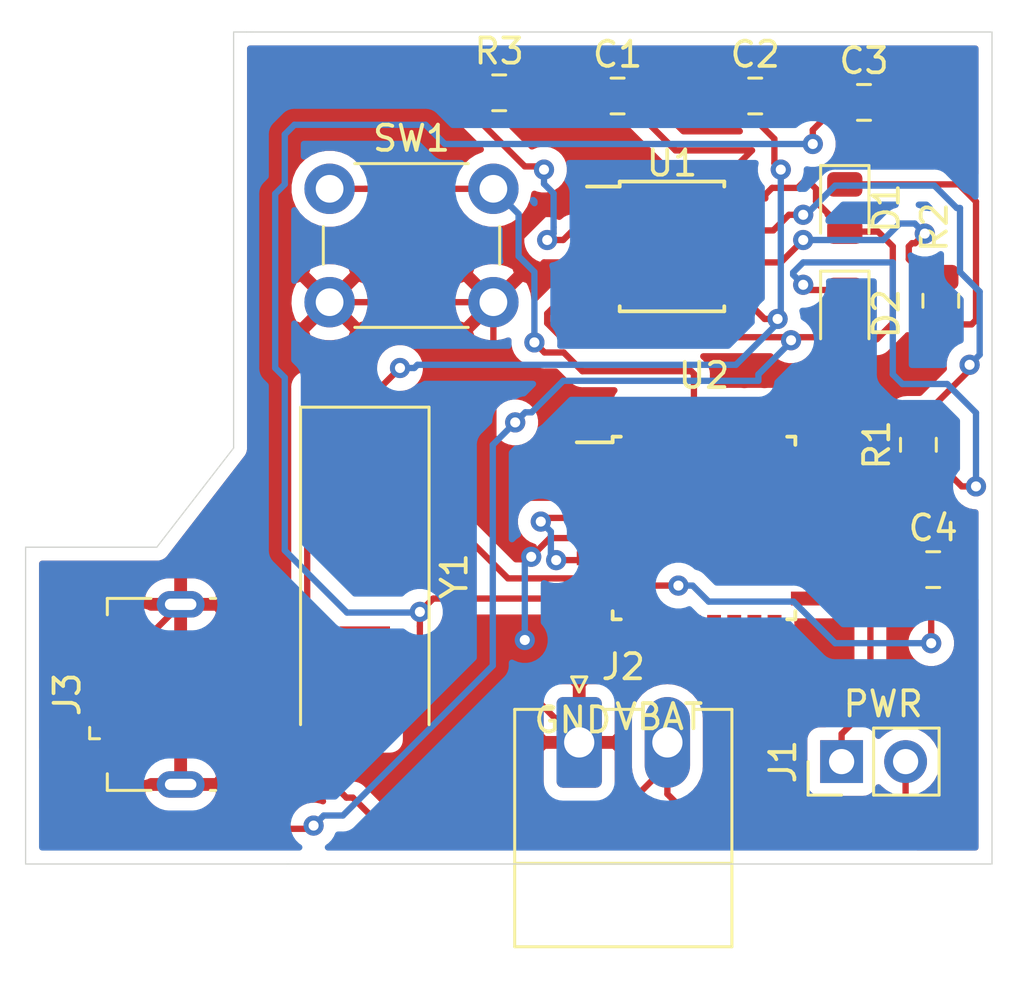
<source format=kicad_pcb>
(kicad_pcb (version 20171130) (host pcbnew "(5.1.2)-2")

  (general
    (thickness 1.6)
    (drawings 13)
    (tracks 286)
    (zones 0)
    (modules 16)
    (nets 39)
  )

  (page A4)
  (layers
    (0 F.Cu signal)
    (31 B.Cu signal)
    (32 B.Adhes user)
    (33 F.Adhes user)
    (34 B.Paste user)
    (35 F.Paste user)
    (36 B.SilkS user)
    (37 F.SilkS user)
    (38 B.Mask user)
    (39 F.Mask user)
    (40 Dwgs.User user)
    (41 Cmts.User user)
    (42 Eco1.User user)
    (43 Eco2.User user)
    (44 Edge.Cuts user)
    (45 Margin user)
    (46 B.CrtYd user)
    (47 F.CrtYd user)
    (48 B.Fab user)
    (49 F.Fab user)
  )

  (setup
    (last_trace_width 0.25)
    (trace_clearance 0.2)
    (zone_clearance 0.508)
    (zone_45_only no)
    (trace_min 0.2)
    (via_size 0.8)
    (via_drill 0.4)
    (via_min_size 0.4)
    (via_min_drill 0.3)
    (uvia_size 0.3)
    (uvia_drill 0.1)
    (uvias_allowed no)
    (uvia_min_size 0.2)
    (uvia_min_drill 0.1)
    (edge_width 0.05)
    (segment_width 0.2)
    (pcb_text_width 0.3)
    (pcb_text_size 1.5 1.5)
    (mod_edge_width 0.12)
    (mod_text_size 1 1)
    (mod_text_width 0.15)
    (pad_size 1.524 1.524)
    (pad_drill 0.762)
    (pad_to_mask_clearance 0.051)
    (solder_mask_min_width 0.25)
    (aux_axis_origin 0 0)
    (visible_elements 7FFFFFFF)
    (pcbplotparams
      (layerselection 0x010fc_ffffffff)
      (usegerberextensions false)
      (usegerberattributes false)
      (usegerberadvancedattributes false)
      (creategerberjobfile false)
      (excludeedgelayer true)
      (linewidth 0.100000)
      (plotframeref false)
      (viasonmask false)
      (mode 1)
      (useauxorigin false)
      (hpglpennumber 1)
      (hpglpenspeed 20)
      (hpglpendiameter 15.000000)
      (psnegative false)
      (psa4output false)
      (plotreference true)
      (plotvalue true)
      (plotinvisibletext false)
      (padsonsilk false)
      (subtractmaskfromsilk false)
      (outputformat 1)
      (mirror false)
      (drillshape 1)
      (scaleselection 1)
      (outputdirectory ""))
  )

  (net 0 "")
  (net 1 Vin)
  (net 2 GND)
  (net 3 "Net-(C3-Pad1)")
  (net 4 "Net-(C4-Pad2)")
  (net 5 "Net-(D1-Pad1)")
  (net 6 "Net-(D2-Pad1)")
  (net 7 VCC)
  (net 8 "Net-(R1-Pad2)")
  (net 9 "Net-(R2-Pad2)")
  (net 10 "Net-(R3-Pad1)")
  (net 11 "Net-(SW1-Pad1)")
  (net 12 "Net-(U2-Pad1)")
  (net 13 "Net-(U2-Pad2)")
  (net 14 "Net-(U2-Pad9)")
  (net 15 "Net-(U2-Pad10)")
  (net 16 "Net-(U2-Pad11)")
  (net 17 "Net-(U2-Pad12)")
  (net 18 "Net-(U2-Pad13)")
  (net 19 "Net-(U2-Pad14)")
  (net 20 "Net-(U2-Pad15)")
  (net 21 "Net-(U2-Pad16)")
  (net 22 "Net-(U2-Pad17)")
  (net 23 "Net-(U2-Pad19)")
  (net 24 "Net-(U2-Pad20)")
  (net 25 "Net-(U2-Pad22)")
  (net 26 "Net-(U2-Pad23)")
  (net 27 "Net-(U2-Pad24)")
  (net 28 "Net-(U2-Pad25)")
  (net 29 "Net-(U2-Pad26)")
  (net 30 "Net-(U2-Pad27)")
  (net 31 "Net-(U2-Pad28)")
  (net 32 "Net-(U2-Pad30)")
  (net 33 "Net-(U2-Pad31)")
  (net 34 "Net-(U2-Pad32)")
  (net 35 "Net-(J3-Pad2)")
  (net 36 "Net-(J3-Pad4)")
  (net 37 "Net-(J3-Pad3)")
  (net 38 VBAT)

  (net_class Default "This is the default net class."
    (clearance 0.2)
    (trace_width 0.25)
    (via_dia 0.8)
    (via_drill 0.4)
    (uvia_dia 0.3)
    (uvia_drill 0.1)
    (add_net GND)
    (add_net "Net-(C3-Pad1)")
    (add_net "Net-(C4-Pad2)")
    (add_net "Net-(D1-Pad1)")
    (add_net "Net-(D2-Pad1)")
    (add_net "Net-(J3-Pad2)")
    (add_net "Net-(J3-Pad3)")
    (add_net "Net-(J3-Pad4)")
    (add_net "Net-(R1-Pad2)")
    (add_net "Net-(R2-Pad2)")
    (add_net "Net-(R3-Pad1)")
    (add_net "Net-(SW1-Pad1)")
    (add_net "Net-(U2-Pad1)")
    (add_net "Net-(U2-Pad10)")
    (add_net "Net-(U2-Pad11)")
    (add_net "Net-(U2-Pad12)")
    (add_net "Net-(U2-Pad13)")
    (add_net "Net-(U2-Pad14)")
    (add_net "Net-(U2-Pad15)")
    (add_net "Net-(U2-Pad16)")
    (add_net "Net-(U2-Pad17)")
    (add_net "Net-(U2-Pad19)")
    (add_net "Net-(U2-Pad2)")
    (add_net "Net-(U2-Pad20)")
    (add_net "Net-(U2-Pad22)")
    (add_net "Net-(U2-Pad23)")
    (add_net "Net-(U2-Pad24)")
    (add_net "Net-(U2-Pad25)")
    (add_net "Net-(U2-Pad26)")
    (add_net "Net-(U2-Pad27)")
    (add_net "Net-(U2-Pad28)")
    (add_net "Net-(U2-Pad30)")
    (add_net "Net-(U2-Pad31)")
    (add_net "Net-(U2-Pad32)")
    (add_net "Net-(U2-Pad9)")
    (add_net VBAT)
    (add_net VCC)
    (add_net Vin)
  )

  (module Capacitor_SMD:C_0805_2012Metric (layer F.Cu) (tedit 5B36C52B) (tstamp 5E695FEF)
    (at 140.081 78.74)
    (descr "Capacitor SMD 0805 (2012 Metric), square (rectangular) end terminal, IPC_7351 nominal, (Body size source: https://docs.google.com/spreadsheets/d/1BsfQQcO9C6DZCsRaXUlFlo91Tg2WpOkGARC1WS5S8t0/edit?usp=sharing), generated with kicad-footprint-generator")
    (tags capacitor)
    (path /5E69E6E5)
    (attr smd)
    (fp_text reference C1 (at 0 -1.65) (layer F.SilkS)
      (effects (font (size 1 1) (thickness 0.15)))
    )
    (fp_text value 10uF (at 0 1.65) (layer F.Fab)
      (effects (font (size 1 1) (thickness 0.15)))
    )
    (fp_text user %R (at 0 0) (layer F.Fab)
      (effects (font (size 0.5 0.5) (thickness 0.08)))
    )
    (fp_line (start 1.68 0.95) (end -1.68 0.95) (layer F.CrtYd) (width 0.05))
    (fp_line (start 1.68 -0.95) (end 1.68 0.95) (layer F.CrtYd) (width 0.05))
    (fp_line (start -1.68 -0.95) (end 1.68 -0.95) (layer F.CrtYd) (width 0.05))
    (fp_line (start -1.68 0.95) (end -1.68 -0.95) (layer F.CrtYd) (width 0.05))
    (fp_line (start -0.258578 0.71) (end 0.258578 0.71) (layer F.SilkS) (width 0.12))
    (fp_line (start -0.258578 -0.71) (end 0.258578 -0.71) (layer F.SilkS) (width 0.12))
    (fp_line (start 1 0.6) (end -1 0.6) (layer F.Fab) (width 0.1))
    (fp_line (start 1 -0.6) (end 1 0.6) (layer F.Fab) (width 0.1))
    (fp_line (start -1 -0.6) (end 1 -0.6) (layer F.Fab) (width 0.1))
    (fp_line (start -1 0.6) (end -1 -0.6) (layer F.Fab) (width 0.1))
    (pad 2 smd roundrect (at 0.9375 0) (size 0.975 1.4) (layers F.Cu F.Paste F.Mask) (roundrect_rratio 0.25)
      (net 1 Vin))
    (pad 1 smd roundrect (at -0.9375 0) (size 0.975 1.4) (layers F.Cu F.Paste F.Mask) (roundrect_rratio 0.25)
      (net 2 GND))
    (model ${KISYS3DMOD}/Capacitor_SMD.3dshapes/C_0805_2012Metric.wrl
      (at (xyz 0 0 0))
      (scale (xyz 1 1 1))
      (rotate (xyz 0 0 0))
    )
  )

  (module Capacitor_SMD:C_0805_2012Metric (layer F.Cu) (tedit 5B36C52B) (tstamp 5E696000)
    (at 145.542 78.74)
    (descr "Capacitor SMD 0805 (2012 Metric), square (rectangular) end terminal, IPC_7351 nominal, (Body size source: https://docs.google.com/spreadsheets/d/1BsfQQcO9C6DZCsRaXUlFlo91Tg2WpOkGARC1WS5S8t0/edit?usp=sharing), generated with kicad-footprint-generator")
    (tags capacitor)
    (path /5E69CA61)
    (attr smd)
    (fp_text reference C2 (at 0 -1.65) (layer F.SilkS)
      (effects (font (size 1 1) (thickness 0.15)))
    )
    (fp_text value 10uF (at 0 1.65) (layer F.Fab)
      (effects (font (size 1 1) (thickness 0.15)))
    )
    (fp_line (start -1 0.6) (end -1 -0.6) (layer F.Fab) (width 0.1))
    (fp_line (start -1 -0.6) (end 1 -0.6) (layer F.Fab) (width 0.1))
    (fp_line (start 1 -0.6) (end 1 0.6) (layer F.Fab) (width 0.1))
    (fp_line (start 1 0.6) (end -1 0.6) (layer F.Fab) (width 0.1))
    (fp_line (start -0.258578 -0.71) (end 0.258578 -0.71) (layer F.SilkS) (width 0.12))
    (fp_line (start -0.258578 0.71) (end 0.258578 0.71) (layer F.SilkS) (width 0.12))
    (fp_line (start -1.68 0.95) (end -1.68 -0.95) (layer F.CrtYd) (width 0.05))
    (fp_line (start -1.68 -0.95) (end 1.68 -0.95) (layer F.CrtYd) (width 0.05))
    (fp_line (start 1.68 -0.95) (end 1.68 0.95) (layer F.CrtYd) (width 0.05))
    (fp_line (start 1.68 0.95) (end -1.68 0.95) (layer F.CrtYd) (width 0.05))
    (fp_text user %R (at 0 0) (layer F.Fab)
      (effects (font (size 0.5 0.5) (thickness 0.08)))
    )
    (pad 1 smd roundrect (at -0.9375 0) (size 0.975 1.4) (layers F.Cu F.Paste F.Mask) (roundrect_rratio 0.25)
      (net 38 VBAT))
    (pad 2 smd roundrect (at 0.9375 0) (size 0.975 1.4) (layers F.Cu F.Paste F.Mask) (roundrect_rratio 0.25)
      (net 2 GND))
    (model ${KISYS3DMOD}/Capacitor_SMD.3dshapes/C_0805_2012Metric.wrl
      (at (xyz 0 0 0))
      (scale (xyz 1 1 1))
      (rotate (xyz 0 0 0))
    )
  )

  (module Capacitor_SMD:C_0805_2012Metric (layer F.Cu) (tedit 5B36C52B) (tstamp 5E696011)
    (at 149.86 78.994)
    (descr "Capacitor SMD 0805 (2012 Metric), square (rectangular) end terminal, IPC_7351 nominal, (Body size source: https://docs.google.com/spreadsheets/d/1BsfQQcO9C6DZCsRaXUlFlo91Tg2WpOkGARC1WS5S8t0/edit?usp=sharing), generated with kicad-footprint-generator")
    (tags capacitor)
    (path /5E6AA7F5)
    (attr smd)
    (fp_text reference C3 (at 0 -1.65) (layer F.SilkS)
      (effects (font (size 1 1) (thickness 0.15)))
    )
    (fp_text value C (at 0 1.65) (layer F.Fab)
      (effects (font (size 1 1) (thickness 0.15)))
    )
    (fp_line (start -1 0.6) (end -1 -0.6) (layer F.Fab) (width 0.1))
    (fp_line (start -1 -0.6) (end 1 -0.6) (layer F.Fab) (width 0.1))
    (fp_line (start 1 -0.6) (end 1 0.6) (layer F.Fab) (width 0.1))
    (fp_line (start 1 0.6) (end -1 0.6) (layer F.Fab) (width 0.1))
    (fp_line (start -0.258578 -0.71) (end 0.258578 -0.71) (layer F.SilkS) (width 0.12))
    (fp_line (start -0.258578 0.71) (end 0.258578 0.71) (layer F.SilkS) (width 0.12))
    (fp_line (start -1.68 0.95) (end -1.68 -0.95) (layer F.CrtYd) (width 0.05))
    (fp_line (start -1.68 -0.95) (end 1.68 -0.95) (layer F.CrtYd) (width 0.05))
    (fp_line (start 1.68 -0.95) (end 1.68 0.95) (layer F.CrtYd) (width 0.05))
    (fp_line (start 1.68 0.95) (end -1.68 0.95) (layer F.CrtYd) (width 0.05))
    (fp_text user %R (at 0 0) (layer F.Fab)
      (effects (font (size 0.5 0.5) (thickness 0.08)))
    )
    (pad 1 smd roundrect (at -0.9375 0) (size 0.975 1.4) (layers F.Cu F.Paste F.Mask) (roundrect_rratio 0.25)
      (net 3 "Net-(C3-Pad1)"))
    (pad 2 smd roundrect (at 0.9375 0) (size 0.975 1.4) (layers F.Cu F.Paste F.Mask) (roundrect_rratio 0.25)
      (net 2 GND))
    (model ${KISYS3DMOD}/Capacitor_SMD.3dshapes/C_0805_2012Metric.wrl
      (at (xyz 0 0 0))
      (scale (xyz 1 1 1))
      (rotate (xyz 0 0 0))
    )
  )

  (module Capacitor_SMD:C_0805_2012Metric (layer F.Cu) (tedit 5B36C52B) (tstamp 5E696022)
    (at 152.6055 97.536)
    (descr "Capacitor SMD 0805 (2012 Metric), square (rectangular) end terminal, IPC_7351 nominal, (Body size source: https://docs.google.com/spreadsheets/d/1BsfQQcO9C6DZCsRaXUlFlo91Tg2WpOkGARC1WS5S8t0/edit?usp=sharing), generated with kicad-footprint-generator")
    (tags capacitor)
    (path /5E6ABB1A)
    (attr smd)
    (fp_text reference C4 (at 0 -1.65) (layer F.SilkS)
      (effects (font (size 1 1) (thickness 0.15)))
    )
    (fp_text value C (at 0 1.65) (layer F.Fab)
      (effects (font (size 1 1) (thickness 0.15)))
    )
    (fp_text user %R (at 0 0) (layer F.Fab)
      (effects (font (size 0.5 0.5) (thickness 0.08)))
    )
    (fp_line (start 1.68 0.95) (end -1.68 0.95) (layer F.CrtYd) (width 0.05))
    (fp_line (start 1.68 -0.95) (end 1.68 0.95) (layer F.CrtYd) (width 0.05))
    (fp_line (start -1.68 -0.95) (end 1.68 -0.95) (layer F.CrtYd) (width 0.05))
    (fp_line (start -1.68 0.95) (end -1.68 -0.95) (layer F.CrtYd) (width 0.05))
    (fp_line (start -0.258578 0.71) (end 0.258578 0.71) (layer F.SilkS) (width 0.12))
    (fp_line (start -0.258578 -0.71) (end 0.258578 -0.71) (layer F.SilkS) (width 0.12))
    (fp_line (start 1 0.6) (end -1 0.6) (layer F.Fab) (width 0.1))
    (fp_line (start 1 -0.6) (end 1 0.6) (layer F.Fab) (width 0.1))
    (fp_line (start -1 -0.6) (end 1 -0.6) (layer F.Fab) (width 0.1))
    (fp_line (start -1 0.6) (end -1 -0.6) (layer F.Fab) (width 0.1))
    (pad 2 smd roundrect (at 0.9375 0) (size 0.975 1.4) (layers F.Cu F.Paste F.Mask) (roundrect_rratio 0.25)
      (net 4 "Net-(C4-Pad2)"))
    (pad 1 smd roundrect (at -0.9375 0) (size 0.975 1.4) (layers F.Cu F.Paste F.Mask) (roundrect_rratio 0.25)
      (net 2 GND))
    (model ${KISYS3DMOD}/Capacitor_SMD.3dshapes/C_0805_2012Metric.wrl
      (at (xyz 0 0 0))
      (scale (xyz 1 1 1))
      (rotate (xyz 0 0 0))
    )
  )

  (module LED_SMD:LED_0805_2012Metric (layer F.Cu) (tedit 5B36C52C) (tstamp 5E696035)
    (at 149.098 83.185 270)
    (descr "LED SMD 0805 (2012 Metric), square (rectangular) end terminal, IPC_7351 nominal, (Body size source: https://docs.google.com/spreadsheets/d/1BsfQQcO9C6DZCsRaXUlFlo91Tg2WpOkGARC1WS5S8t0/edit?usp=sharing), generated with kicad-footprint-generator")
    (tags diode)
    (path /5E68FC2D)
    (attr smd)
    (fp_text reference D1 (at 0 -1.65 90) (layer F.SilkS)
      (effects (font (size 1 1) (thickness 0.15)))
    )
    (fp_text value LED (at 0 1.65 90) (layer F.Fab)
      (effects (font (size 1 1) (thickness 0.15)))
    )
    (fp_line (start 1 -0.6) (end -0.7 -0.6) (layer F.Fab) (width 0.1))
    (fp_line (start -0.7 -0.6) (end -1 -0.3) (layer F.Fab) (width 0.1))
    (fp_line (start -1 -0.3) (end -1 0.6) (layer F.Fab) (width 0.1))
    (fp_line (start -1 0.6) (end 1 0.6) (layer F.Fab) (width 0.1))
    (fp_line (start 1 0.6) (end 1 -0.6) (layer F.Fab) (width 0.1))
    (fp_line (start 1 -0.96) (end -1.685 -0.96) (layer F.SilkS) (width 0.12))
    (fp_line (start -1.685 -0.96) (end -1.685 0.96) (layer F.SilkS) (width 0.12))
    (fp_line (start -1.685 0.96) (end 1 0.96) (layer F.SilkS) (width 0.12))
    (fp_line (start -1.68 0.95) (end -1.68 -0.95) (layer F.CrtYd) (width 0.05))
    (fp_line (start -1.68 -0.95) (end 1.68 -0.95) (layer F.CrtYd) (width 0.05))
    (fp_line (start 1.68 -0.95) (end 1.68 0.95) (layer F.CrtYd) (width 0.05))
    (fp_line (start 1.68 0.95) (end -1.68 0.95) (layer F.CrtYd) (width 0.05))
    (fp_text user %R (at 0 0 90) (layer F.Fab)
      (effects (font (size 0.5 0.5) (thickness 0.08)))
    )
    (pad 1 smd roundrect (at -0.9375 0 270) (size 0.975 1.4) (layers F.Cu F.Paste F.Mask) (roundrect_rratio 0.25)
      (net 5 "Net-(D1-Pad1)"))
    (pad 2 smd roundrect (at 0.9375 0 270) (size 0.975 1.4) (layers F.Cu F.Paste F.Mask) (roundrect_rratio 0.25)
      (net 1 Vin))
    (model ${KISYS3DMOD}/LED_SMD.3dshapes/LED_0805_2012Metric.wrl
      (at (xyz 0 0 0))
      (scale (xyz 1 1 1))
      (rotate (xyz 0 0 0))
    )
  )

  (module LED_SMD:LED_0805_2012Metric (layer F.Cu) (tedit 5B36C52C) (tstamp 5E696048)
    (at 149.098 87.376 270)
    (descr "LED SMD 0805 (2012 Metric), square (rectangular) end terminal, IPC_7351 nominal, (Body size source: https://docs.google.com/spreadsheets/d/1BsfQQcO9C6DZCsRaXUlFlo91Tg2WpOkGARC1WS5S8t0/edit?usp=sharing), generated with kicad-footprint-generator")
    (tags diode)
    (path /5E691BE1)
    (attr smd)
    (fp_text reference D2 (at 0 -1.65 90) (layer F.SilkS)
      (effects (font (size 1 1) (thickness 0.15)))
    )
    (fp_text value LED (at 0 1.65 90) (layer F.Fab)
      (effects (font (size 1 1) (thickness 0.15)))
    )
    (fp_text user %R (at 0 0 90) (layer F.Fab)
      (effects (font (size 0.5 0.5) (thickness 0.08)))
    )
    (fp_line (start 1.68 0.95) (end -1.68 0.95) (layer F.CrtYd) (width 0.05))
    (fp_line (start 1.68 -0.95) (end 1.68 0.95) (layer F.CrtYd) (width 0.05))
    (fp_line (start -1.68 -0.95) (end 1.68 -0.95) (layer F.CrtYd) (width 0.05))
    (fp_line (start -1.68 0.95) (end -1.68 -0.95) (layer F.CrtYd) (width 0.05))
    (fp_line (start -1.685 0.96) (end 1 0.96) (layer F.SilkS) (width 0.12))
    (fp_line (start -1.685 -0.96) (end -1.685 0.96) (layer F.SilkS) (width 0.12))
    (fp_line (start 1 -0.96) (end -1.685 -0.96) (layer F.SilkS) (width 0.12))
    (fp_line (start 1 0.6) (end 1 -0.6) (layer F.Fab) (width 0.1))
    (fp_line (start -1 0.6) (end 1 0.6) (layer F.Fab) (width 0.1))
    (fp_line (start -1 -0.3) (end -1 0.6) (layer F.Fab) (width 0.1))
    (fp_line (start -0.7 -0.6) (end -1 -0.3) (layer F.Fab) (width 0.1))
    (fp_line (start 1 -0.6) (end -0.7 -0.6) (layer F.Fab) (width 0.1))
    (pad 2 smd roundrect (at 0.9375 0 270) (size 0.975 1.4) (layers F.Cu F.Paste F.Mask) (roundrect_rratio 0.25)
      (net 1 Vin))
    (pad 1 smd roundrect (at -0.9375 0 270) (size 0.975 1.4) (layers F.Cu F.Paste F.Mask) (roundrect_rratio 0.25)
      (net 6 "Net-(D2-Pad1)"))
    (model ${KISYS3DMOD}/LED_SMD.3dshapes/LED_0805_2012Metric.wrl
      (at (xyz 0 0 0))
      (scale (xyz 1 1 1))
      (rotate (xyz 0 0 0))
    )
  )

  (module Connector_PinHeader_2.54mm:PinHeader_1x02_P2.54mm_Vertical (layer F.Cu) (tedit 59FED5CC) (tstamp 5E69605E)
    (at 148.971 105.156 90)
    (descr "Through hole straight pin header, 1x02, 2.54mm pitch, single row")
    (tags "Through hole pin header THT 1x02 2.54mm single row")
    (path /5E6B7387)
    (fp_text reference J1 (at 0 -2.33 90) (layer F.SilkS)
      (effects (font (size 1 1) (thickness 0.15)))
    )
    (fp_text value Conn_01x02_Male (at 2.159 -1.143) (layer F.Fab)
      (effects (font (size 1 1) (thickness 0.15)))
    )
    (fp_text user %R (at 0 1.27) (layer F.Fab)
      (effects (font (size 1 1) (thickness 0.15)))
    )
    (fp_line (start 1.8 -1.8) (end -1.8 -1.8) (layer F.CrtYd) (width 0.05))
    (fp_line (start 1.8 4.35) (end 1.8 -1.8) (layer F.CrtYd) (width 0.05))
    (fp_line (start -1.8 4.35) (end 1.8 4.35) (layer F.CrtYd) (width 0.05))
    (fp_line (start -1.8 -1.8) (end -1.8 4.35) (layer F.CrtYd) (width 0.05))
    (fp_line (start -1.33 -1.33) (end 0 -1.33) (layer F.SilkS) (width 0.12))
    (fp_line (start -1.33 0) (end -1.33 -1.33) (layer F.SilkS) (width 0.12))
    (fp_line (start -1.33 1.27) (end 1.33 1.27) (layer F.SilkS) (width 0.12))
    (fp_line (start 1.33 1.27) (end 1.33 3.87) (layer F.SilkS) (width 0.12))
    (fp_line (start -1.33 1.27) (end -1.33 3.87) (layer F.SilkS) (width 0.12))
    (fp_line (start -1.33 3.87) (end 1.33 3.87) (layer F.SilkS) (width 0.12))
    (fp_line (start -1.27 -0.635) (end -0.635 -1.27) (layer F.Fab) (width 0.1))
    (fp_line (start -1.27 3.81) (end -1.27 -0.635) (layer F.Fab) (width 0.1))
    (fp_line (start 1.27 3.81) (end -1.27 3.81) (layer F.Fab) (width 0.1))
    (fp_line (start 1.27 -1.27) (end 1.27 3.81) (layer F.Fab) (width 0.1))
    (fp_line (start -0.635 -1.27) (end 1.27 -1.27) (layer F.Fab) (width 0.1))
    (pad 2 thru_hole oval (at 0 2.54 90) (size 1.7 1.7) (drill 1) (layers *.Cu *.Mask)
      (net 38 VBAT))
    (pad 1 thru_hole rect (at 0 0 90) (size 1.7 1.7) (drill 1) (layers *.Cu *.Mask)
      (net 7 VCC))
    (model ${KISYS3DMOD}/Connector_PinHeader_2.54mm.3dshapes/PinHeader_1x02_P2.54mm_Vertical.wrl
      (at (xyz 0 0 0))
      (scale (xyz 1 1 1))
      (rotate (xyz 0 0 0))
    )
  )

  (module Resistor_SMD:R_0805_2012Metric (layer F.Cu) (tedit 5B36C52B) (tstamp 5E696085)
    (at 152.019 92.583 90)
    (descr "Resistor SMD 0805 (2012 Metric), square (rectangular) end terminal, IPC_7351 nominal, (Body size source: https://docs.google.com/spreadsheets/d/1BsfQQcO9C6DZCsRaXUlFlo91Tg2WpOkGARC1WS5S8t0/edit?usp=sharing), generated with kicad-footprint-generator")
    (tags resistor)
    (path /5E695320)
    (attr smd)
    (fp_text reference R1 (at 0 -1.65 90) (layer F.SilkS)
      (effects (font (size 1 1) (thickness 0.15)))
    )
    (fp_text value R (at 0 1.65 90) (layer F.Fab)
      (effects (font (size 1 1) (thickness 0.15)))
    )
    (fp_line (start -1 0.6) (end -1 -0.6) (layer F.Fab) (width 0.1))
    (fp_line (start -1 -0.6) (end 1 -0.6) (layer F.Fab) (width 0.1))
    (fp_line (start 1 -0.6) (end 1 0.6) (layer F.Fab) (width 0.1))
    (fp_line (start 1 0.6) (end -1 0.6) (layer F.Fab) (width 0.1))
    (fp_line (start -0.258578 -0.71) (end 0.258578 -0.71) (layer F.SilkS) (width 0.12))
    (fp_line (start -0.258578 0.71) (end 0.258578 0.71) (layer F.SilkS) (width 0.12))
    (fp_line (start -1.68 0.95) (end -1.68 -0.95) (layer F.CrtYd) (width 0.05))
    (fp_line (start -1.68 -0.95) (end 1.68 -0.95) (layer F.CrtYd) (width 0.05))
    (fp_line (start 1.68 -0.95) (end 1.68 0.95) (layer F.CrtYd) (width 0.05))
    (fp_line (start 1.68 0.95) (end -1.68 0.95) (layer F.CrtYd) (width 0.05))
    (fp_text user %R (at 0 0 90) (layer F.Fab)
      (effects (font (size 0.5 0.5) (thickness 0.08)))
    )
    (pad 1 smd roundrect (at -0.9375 0 90) (size 0.975 1.4) (layers F.Cu F.Paste F.Mask) (roundrect_rratio 0.25)
      (net 6 "Net-(D2-Pad1)"))
    (pad 2 smd roundrect (at 0.9375 0 90) (size 0.975 1.4) (layers F.Cu F.Paste F.Mask) (roundrect_rratio 0.25)
      (net 8 "Net-(R1-Pad2)"))
    (model ${KISYS3DMOD}/Resistor_SMD.3dshapes/R_0805_2012Metric.wrl
      (at (xyz 0 0 0))
      (scale (xyz 1 1 1))
      (rotate (xyz 0 0 0))
    )
  )

  (module Resistor_SMD:R_0805_2012Metric (layer F.Cu) (tedit 5B36C52B) (tstamp 5E696096)
    (at 152.908 86.868 90)
    (descr "Resistor SMD 0805 (2012 Metric), square (rectangular) end terminal, IPC_7351 nominal, (Body size source: https://docs.google.com/spreadsheets/d/1BsfQQcO9C6DZCsRaXUlFlo91Tg2WpOkGARC1WS5S8t0/edit?usp=sharing), generated with kicad-footprint-generator")
    (tags resistor)
    (path /5E69602C)
    (attr smd)
    (fp_text reference R2 (at 2.921 -0.254 90) (layer F.SilkS)
      (effects (font (size 1 1) (thickness 0.15)))
    )
    (fp_text value R (at -2.54 -0.254 90) (layer F.Fab)
      (effects (font (size 1 1) (thickness 0.15)))
    )
    (fp_text user %R (at 0 0 90) (layer F.Fab)
      (effects (font (size 0.5 0.5) (thickness 0.08)))
    )
    (fp_line (start 1.68 0.95) (end -1.68 0.95) (layer F.CrtYd) (width 0.05))
    (fp_line (start 1.68 -0.95) (end 1.68 0.95) (layer F.CrtYd) (width 0.05))
    (fp_line (start -1.68 -0.95) (end 1.68 -0.95) (layer F.CrtYd) (width 0.05))
    (fp_line (start -1.68 0.95) (end -1.68 -0.95) (layer F.CrtYd) (width 0.05))
    (fp_line (start -0.258578 0.71) (end 0.258578 0.71) (layer F.SilkS) (width 0.12))
    (fp_line (start -0.258578 -0.71) (end 0.258578 -0.71) (layer F.SilkS) (width 0.12))
    (fp_line (start 1 0.6) (end -1 0.6) (layer F.Fab) (width 0.1))
    (fp_line (start 1 -0.6) (end 1 0.6) (layer F.Fab) (width 0.1))
    (fp_line (start -1 -0.6) (end 1 -0.6) (layer F.Fab) (width 0.1))
    (fp_line (start -1 0.6) (end -1 -0.6) (layer F.Fab) (width 0.1))
    (pad 2 smd roundrect (at 0.9375 0 90) (size 0.975 1.4) (layers F.Cu F.Paste F.Mask) (roundrect_rratio 0.25)
      (net 9 "Net-(R2-Pad2)"))
    (pad 1 smd roundrect (at -0.9375 0 90) (size 0.975 1.4) (layers F.Cu F.Paste F.Mask) (roundrect_rratio 0.25)
      (net 5 "Net-(D1-Pad1)"))
    (model ${KISYS3DMOD}/Resistor_SMD.3dshapes/R_0805_2012Metric.wrl
      (at (xyz 0 0 0))
      (scale (xyz 1 1 1))
      (rotate (xyz 0 0 0))
    )
  )

  (module Resistor_SMD:R_0805_2012Metric (layer F.Cu) (tedit 5B36C52B) (tstamp 5E6960A7)
    (at 135.382 78.613)
    (descr "Resistor SMD 0805 (2012 Metric), square (rectangular) end terminal, IPC_7351 nominal, (Body size source: https://docs.google.com/spreadsheets/d/1BsfQQcO9C6DZCsRaXUlFlo91Tg2WpOkGARC1WS5S8t0/edit?usp=sharing), generated with kicad-footprint-generator")
    (tags resistor)
    (path /5E6981CF)
    (attr smd)
    (fp_text reference R3 (at 0 -1.65) (layer F.SilkS)
      (effects (font (size 1 1) (thickness 0.15)))
    )
    (fp_text value R (at 0 1.65) (layer F.Fab)
      (effects (font (size 1 1) (thickness 0.15)))
    )
    (fp_line (start -1 0.6) (end -1 -0.6) (layer F.Fab) (width 0.1))
    (fp_line (start -1 -0.6) (end 1 -0.6) (layer F.Fab) (width 0.1))
    (fp_line (start 1 -0.6) (end 1 0.6) (layer F.Fab) (width 0.1))
    (fp_line (start 1 0.6) (end -1 0.6) (layer F.Fab) (width 0.1))
    (fp_line (start -0.258578 -0.71) (end 0.258578 -0.71) (layer F.SilkS) (width 0.12))
    (fp_line (start -0.258578 0.71) (end 0.258578 0.71) (layer F.SilkS) (width 0.12))
    (fp_line (start -1.68 0.95) (end -1.68 -0.95) (layer F.CrtYd) (width 0.05))
    (fp_line (start -1.68 -0.95) (end 1.68 -0.95) (layer F.CrtYd) (width 0.05))
    (fp_line (start 1.68 -0.95) (end 1.68 0.95) (layer F.CrtYd) (width 0.05))
    (fp_line (start 1.68 0.95) (end -1.68 0.95) (layer F.CrtYd) (width 0.05))
    (fp_text user %R (at 0 0) (layer F.Fab)
      (effects (font (size 0.5 0.5) (thickness 0.08)))
    )
    (pad 1 smd roundrect (at -0.9375 0) (size 0.975 1.4) (layers F.Cu F.Paste F.Mask) (roundrect_rratio 0.25)
      (net 10 "Net-(R3-Pad1)"))
    (pad 2 smd roundrect (at 0.9375 0) (size 0.975 1.4) (layers F.Cu F.Paste F.Mask) (roundrect_rratio 0.25)
      (net 2 GND))
    (model ${KISYS3DMOD}/Resistor_SMD.3dshapes/R_0805_2012Metric.wrl
      (at (xyz 0 0 0))
      (scale (xyz 1 1 1))
      (rotate (xyz 0 0 0))
    )
  )

  (module Button_Switch_THT:SW_PUSH_6mm_H5mm (layer F.Cu) (tedit 5A02FE31) (tstamp 5E6960C6)
    (at 128.651 82.423)
    (descr "tactile push button, 6x6mm e.g. PHAP33xx series, height=5mm")
    (tags "tact sw push 6mm")
    (path /5E6B3558)
    (fp_text reference SW1 (at 3.25 -2) (layer F.SilkS)
      (effects (font (size 1 1) (thickness 0.15)))
    )
    (fp_text value SW_Push (at 3.75 6.7) (layer F.Fab)
      (effects (font (size 1 1) (thickness 0.15)))
    )
    (fp_text user %R (at 3.25 2.25) (layer F.Fab)
      (effects (font (size 1 1) (thickness 0.15)))
    )
    (fp_line (start 3.25 -0.75) (end 6.25 -0.75) (layer F.Fab) (width 0.1))
    (fp_line (start 6.25 -0.75) (end 6.25 5.25) (layer F.Fab) (width 0.1))
    (fp_line (start 6.25 5.25) (end 0.25 5.25) (layer F.Fab) (width 0.1))
    (fp_line (start 0.25 5.25) (end 0.25 -0.75) (layer F.Fab) (width 0.1))
    (fp_line (start 0.25 -0.75) (end 3.25 -0.75) (layer F.Fab) (width 0.1))
    (fp_line (start 7.75 6) (end 8 6) (layer F.CrtYd) (width 0.05))
    (fp_line (start 8 6) (end 8 5.75) (layer F.CrtYd) (width 0.05))
    (fp_line (start 7.75 -1.5) (end 8 -1.5) (layer F.CrtYd) (width 0.05))
    (fp_line (start 8 -1.5) (end 8 -1.25) (layer F.CrtYd) (width 0.05))
    (fp_line (start -1.5 -1.25) (end -1.5 -1.5) (layer F.CrtYd) (width 0.05))
    (fp_line (start -1.5 -1.5) (end -1.25 -1.5) (layer F.CrtYd) (width 0.05))
    (fp_line (start -1.5 5.75) (end -1.5 6) (layer F.CrtYd) (width 0.05))
    (fp_line (start -1.5 6) (end -1.25 6) (layer F.CrtYd) (width 0.05))
    (fp_line (start -1.25 -1.5) (end 7.75 -1.5) (layer F.CrtYd) (width 0.05))
    (fp_line (start -1.5 5.75) (end -1.5 -1.25) (layer F.CrtYd) (width 0.05))
    (fp_line (start 7.75 6) (end -1.25 6) (layer F.CrtYd) (width 0.05))
    (fp_line (start 8 -1.25) (end 8 5.75) (layer F.CrtYd) (width 0.05))
    (fp_line (start 1 5.5) (end 5.5 5.5) (layer F.SilkS) (width 0.12))
    (fp_line (start -0.25 1.5) (end -0.25 3) (layer F.SilkS) (width 0.12))
    (fp_line (start 5.5 -1) (end 1 -1) (layer F.SilkS) (width 0.12))
    (fp_line (start 6.75 3) (end 6.75 1.5) (layer F.SilkS) (width 0.12))
    (fp_circle (center 3.25 2.25) (end 1.25 2.5) (layer F.Fab) (width 0.1))
    (pad 2 thru_hole circle (at 0 4.5 90) (size 2 2) (drill 1.1) (layers *.Cu *.Mask)
      (net 2 GND))
    (pad 1 thru_hole circle (at 0 0 90) (size 2 2) (drill 1.1) (layers *.Cu *.Mask)
      (net 11 "Net-(SW1-Pad1)"))
    (pad 2 thru_hole circle (at 6.5 4.5 90) (size 2 2) (drill 1.1) (layers *.Cu *.Mask)
      (net 2 GND))
    (pad 1 thru_hole circle (at 6.5 0 90) (size 2 2) (drill 1.1) (layers *.Cu *.Mask)
      (net 11 "Net-(SW1-Pad1)"))
    (model ${KISYS3DMOD}/Button_Switch_THT.3dshapes/SW_PUSH_6mm_H5mm.wrl
      (at (xyz 0 0 0))
      (scale (xyz 1 1 1))
      (rotate (xyz 0 0 0))
    )
  )

  (module digikey-footprints:TP4056_SOP-8-PP (layer F.Cu) (tedit 599E7EEC) (tstamp 5E6960E4)
    (at 142.24 84.709)
    (descr "8-Lead Plastic SOP-8-PP")
    (tags "SSOP 0.50 exposed pad")
    (path /5E68F105)
    (attr smd)
    (fp_text reference U1 (at 0 -3.3) (layer F.SilkS)
      (effects (font (size 1 1) (thickness 0.15)))
    )
    (fp_text value TP4056 (at 0 3.4) (layer F.Fab)
      (effects (font (size 1 1) (thickness 0.15)))
    )
    (fp_line (start -0.95 -2.45) (end 1.95 -2.45) (layer F.Fab) (width 0.15))
    (fp_line (start 1.95 -2.45) (end 1.95 2.45) (layer F.Fab) (width 0.15))
    (fp_line (start 1.95 2.45) (end -1.95 2.45) (layer F.Fab) (width 0.15))
    (fp_line (start -1.95 2.45) (end -1.95 -1.45) (layer F.Fab) (width 0.15))
    (fp_line (start -1.95 -1.45) (end -0.95 -2.45) (layer F.Fab) (width 0.15))
    (fp_line (start -3.7 -2.7) (end -3.7 2.7) (layer F.CrtYd) (width 0.05))
    (fp_line (start 3.7 -2.7) (end 3.7 2.7) (layer F.CrtYd) (width 0.05))
    (fp_line (start -3.7 -2.7) (end 3.7 -2.7) (layer F.CrtYd) (width 0.05))
    (fp_line (start -3.7 2.7) (end 3.7 2.7) (layer F.CrtYd) (width 0.05))
    (fp_line (start -2.075 -2.575) (end -2.075 -2.375) (layer F.SilkS) (width 0.15))
    (fp_line (start 2.075 -2.575) (end 2.075 -2.375) (layer F.SilkS) (width 0.15))
    (fp_line (start 2.075 2.575) (end 2.075 2.375) (layer F.SilkS) (width 0.15))
    (fp_line (start -2.075 2.575) (end -2.075 2.375) (layer F.SilkS) (width 0.15))
    (fp_line (start -2.075 -2.575) (end 2.075 -2.575) (layer F.SilkS) (width 0.15))
    (fp_line (start -2.075 2.575) (end 2.075 2.575) (layer F.SilkS) (width 0.15))
    (fp_line (start -2.075 -2.375) (end -3.375 -2.375) (layer F.SilkS) (width 0.15))
    (fp_text user %R (at 0.118999 0.027999) (layer F.Fab)
      (effects (font (size 1 1) (thickness 0.15)))
    )
    (pad 1 smd rect (at -2.7 -1.905) (size 1.5 0.65) (layers F.Cu F.Paste F.Mask)
      (net 2 GND))
    (pad 2 smd rect (at -2.7 -0.635) (size 1.5 0.65) (layers F.Cu F.Paste F.Mask)
      (net 10 "Net-(R3-Pad1)"))
    (pad 3 smd rect (at -2.7 0.635) (size 1.5 0.65) (layers F.Cu F.Paste F.Mask)
      (net 2 GND))
    (pad 4 smd rect (at -2.7 1.905) (size 1.5 0.65) (layers F.Cu F.Paste F.Mask)
      (net 1 Vin))
    (pad 5 smd rect (at 2.7 1.905) (size 1.5 0.65) (layers F.Cu F.Paste F.Mask)
      (net 38 VBAT))
    (pad 6 smd rect (at 2.7 0.635) (size 1.5 0.65) (layers F.Cu F.Paste F.Mask)
      (net 9 "Net-(R2-Pad2)"))
    (pad 7 smd rect (at 2.7 -0.635) (size 1.5 0.65) (layers F.Cu F.Paste F.Mask)
      (net 8 "Net-(R1-Pad2)"))
    (pad 8 smd rect (at 2.7 -1.905) (size 1.5 0.65) (layers F.Cu F.Paste F.Mask)
      (net 1 Vin))
    (pad 9 smd rect (at 0 0) (size 2.7 3.6) (layers F.Cu F.Paste F.Mask))
    (model ${KISYS3DMOD}/Housings_SOIC.3dshapes/Diodes_PSOP-8.wrl
      (at (xyz 0 0 0))
      (scale (xyz 1 1 1))
      (rotate (xyz 0 0 0))
    )
    (model Housings_SOIC.3dshapes/SOIC-8_3.9x4.9mm_Pitch1.27mm.wrl
      (at (xyz 0 0 0))
      (scale (xyz 1 1 1))
      (rotate (xyz 0 0 0))
    )
  )

  (module Package_QFP:TQFP-32_7x7mm_P0.8mm (layer F.Cu) (tedit 5A02F146) (tstamp 5E69611B)
    (at 143.51 95.885)
    (descr "32-Lead Plastic Thin Quad Flatpack (PT) - 7x7x1.0 mm Body, 2.00 mm [TQFP] (see Microchip Packaging Specification 00000049BS.pdf)")
    (tags "QFP 0.8")
    (path /5E6A2E94)
    (attr smd)
    (fp_text reference U2 (at 0 -6.05) (layer F.SilkS)
      (effects (font (size 1 1) (thickness 0.15)))
    )
    (fp_text value ATmega328P-AU (at 0 6.05) (layer F.Fab)
      (effects (font (size 1 1) (thickness 0.15)))
    )
    (fp_text user %R (at 0 0) (layer F.Fab)
      (effects (font (size 1 1) (thickness 0.15)))
    )
    (fp_line (start -2.5 -3.5) (end 3.5 -3.5) (layer F.Fab) (width 0.15))
    (fp_line (start 3.5 -3.5) (end 3.5 3.5) (layer F.Fab) (width 0.15))
    (fp_line (start 3.5 3.5) (end -3.5 3.5) (layer F.Fab) (width 0.15))
    (fp_line (start -3.5 3.5) (end -3.5 -2.5) (layer F.Fab) (width 0.15))
    (fp_line (start -3.5 -2.5) (end -2.5 -3.5) (layer F.Fab) (width 0.15))
    (fp_line (start -5.3 -5.3) (end -5.3 5.3) (layer F.CrtYd) (width 0.05))
    (fp_line (start 5.3 -5.3) (end 5.3 5.3) (layer F.CrtYd) (width 0.05))
    (fp_line (start -5.3 -5.3) (end 5.3 -5.3) (layer F.CrtYd) (width 0.05))
    (fp_line (start -5.3 5.3) (end 5.3 5.3) (layer F.CrtYd) (width 0.05))
    (fp_line (start -3.625 -3.625) (end -3.625 -3.4) (layer F.SilkS) (width 0.15))
    (fp_line (start 3.625 -3.625) (end 3.625 -3.3) (layer F.SilkS) (width 0.15))
    (fp_line (start 3.625 3.625) (end 3.625 3.3) (layer F.SilkS) (width 0.15))
    (fp_line (start -3.625 3.625) (end -3.625 3.3) (layer F.SilkS) (width 0.15))
    (fp_line (start -3.625 -3.625) (end -3.3 -3.625) (layer F.SilkS) (width 0.15))
    (fp_line (start -3.625 3.625) (end -3.3 3.625) (layer F.SilkS) (width 0.15))
    (fp_line (start 3.625 3.625) (end 3.3 3.625) (layer F.SilkS) (width 0.15))
    (fp_line (start 3.625 -3.625) (end 3.3 -3.625) (layer F.SilkS) (width 0.15))
    (fp_line (start -3.625 -3.4) (end -5.05 -3.4) (layer F.SilkS) (width 0.15))
    (pad 1 smd rect (at -4.25 -2.8) (size 1.6 0.55) (layers F.Cu F.Paste F.Mask)
      (net 12 "Net-(U2-Pad1)"))
    (pad 2 smd rect (at -4.25 -2) (size 1.6 0.55) (layers F.Cu F.Paste F.Mask)
      (net 13 "Net-(U2-Pad2)"))
    (pad 3 smd rect (at -4.25 -1.2) (size 1.6 0.55) (layers F.Cu F.Paste F.Mask)
      (net 2 GND))
    (pad 4 smd rect (at -4.25 -0.4) (size 1.6 0.55) (layers F.Cu F.Paste F.Mask)
      (net 7 VCC))
    (pad 5 smd rect (at -4.25 0.4) (size 1.6 0.55) (layers F.Cu F.Paste F.Mask)
      (net 2 GND))
    (pad 6 smd rect (at -4.25 1.2) (size 1.6 0.55) (layers F.Cu F.Paste F.Mask)
      (net 7 VCC))
    (pad 7 smd rect (at -4.25 2) (size 1.6 0.55) (layers F.Cu F.Paste F.Mask)
      (net 4 "Net-(C4-Pad2)"))
    (pad 8 smd rect (at -4.25 2.8) (size 1.6 0.55) (layers F.Cu F.Paste F.Mask)
      (net 3 "Net-(C3-Pad1)"))
    (pad 9 smd rect (at -2.8 4.25 90) (size 1.6 0.55) (layers F.Cu F.Paste F.Mask)
      (net 14 "Net-(U2-Pad9)"))
    (pad 10 smd rect (at -2 4.25 90) (size 1.6 0.55) (layers F.Cu F.Paste F.Mask)
      (net 15 "Net-(U2-Pad10)"))
    (pad 11 smd rect (at -1.2 4.25 90) (size 1.6 0.55) (layers F.Cu F.Paste F.Mask)
      (net 16 "Net-(U2-Pad11)"))
    (pad 12 smd rect (at -0.4 4.25 90) (size 1.6 0.55) (layers F.Cu F.Paste F.Mask)
      (net 17 "Net-(U2-Pad12)"))
    (pad 13 smd rect (at 0.4 4.25 90) (size 1.6 0.55) (layers F.Cu F.Paste F.Mask)
      (net 18 "Net-(U2-Pad13)"))
    (pad 14 smd rect (at 1.2 4.25 90) (size 1.6 0.55) (layers F.Cu F.Paste F.Mask)
      (net 19 "Net-(U2-Pad14)"))
    (pad 15 smd rect (at 2 4.25 90) (size 1.6 0.55) (layers F.Cu F.Paste F.Mask)
      (net 20 "Net-(U2-Pad15)"))
    (pad 16 smd rect (at 2.8 4.25 90) (size 1.6 0.55) (layers F.Cu F.Paste F.Mask)
      (net 21 "Net-(U2-Pad16)"))
    (pad 17 smd rect (at 4.25 2.8) (size 1.6 0.55) (layers F.Cu F.Paste F.Mask)
      (net 22 "Net-(U2-Pad17)"))
    (pad 18 smd rect (at 4.25 2) (size 1.6 0.55) (layers F.Cu F.Paste F.Mask)
      (net 7 VCC))
    (pad 19 smd rect (at 4.25 1.2) (size 1.6 0.55) (layers F.Cu F.Paste F.Mask)
      (net 23 "Net-(U2-Pad19)"))
    (pad 20 smd rect (at 4.25 0.4) (size 1.6 0.55) (layers F.Cu F.Paste F.Mask)
      (net 24 "Net-(U2-Pad20)"))
    (pad 21 smd rect (at 4.25 -0.4) (size 1.6 0.55) (layers F.Cu F.Paste F.Mask)
      (net 2 GND))
    (pad 22 smd rect (at 4.25 -1.2) (size 1.6 0.55) (layers F.Cu F.Paste F.Mask)
      (net 25 "Net-(U2-Pad22)"))
    (pad 23 smd rect (at 4.25 -2) (size 1.6 0.55) (layers F.Cu F.Paste F.Mask)
      (net 26 "Net-(U2-Pad23)"))
    (pad 24 smd rect (at 4.25 -2.8) (size 1.6 0.55) (layers F.Cu F.Paste F.Mask)
      (net 27 "Net-(U2-Pad24)"))
    (pad 25 smd rect (at 2.8 -4.25 90) (size 1.6 0.55) (layers F.Cu F.Paste F.Mask)
      (net 28 "Net-(U2-Pad25)"))
    (pad 26 smd rect (at 2 -4.25 90) (size 1.6 0.55) (layers F.Cu F.Paste F.Mask)
      (net 29 "Net-(U2-Pad26)"))
    (pad 27 smd rect (at 1.2 -4.25 90) (size 1.6 0.55) (layers F.Cu F.Paste F.Mask)
      (net 30 "Net-(U2-Pad27)"))
    (pad 28 smd rect (at 0.4 -4.25 90) (size 1.6 0.55) (layers F.Cu F.Paste F.Mask)
      (net 31 "Net-(U2-Pad28)"))
    (pad 29 smd rect (at -0.4 -4.25 90) (size 1.6 0.55) (layers F.Cu F.Paste F.Mask)
      (net 11 "Net-(SW1-Pad1)"))
    (pad 30 smd rect (at -1.2 -4.25 90) (size 1.6 0.55) (layers F.Cu F.Paste F.Mask)
      (net 32 "Net-(U2-Pad30)"))
    (pad 31 smd rect (at -2 -4.25 90) (size 1.6 0.55) (layers F.Cu F.Paste F.Mask)
      (net 33 "Net-(U2-Pad31)"))
    (pad 32 smd rect (at -2.8 -4.25 90) (size 1.6 0.55) (layers F.Cu F.Paste F.Mask)
      (net 34 "Net-(U2-Pad32)"))
    (model ${KISYS3DMOD}/Package_QFP.3dshapes/TQFP-32_7x7mm_P0.8mm.wrl
      (at (xyz 0 0 0))
      (scale (xyz 1 1 1))
      (rotate (xyz 0 0 0))
    )
  )

  (module Connector_USB:USB_Micro-B_GCT_USB3076-30-A (layer F.Cu) (tedit 5A170D03) (tstamp 5E69788E)
    (at 121.539 102.489 90)
    (descr "GCT Micro USB https://gct.co/files/drawings/usb3076.pdf")
    (tags "Micro-USB SMD Typ-B GCT")
    (path /5E6C71BD)
    (attr smd)
    (fp_text reference J3 (at 0 -3.3 90) (layer F.SilkS)
      (effects (font (size 1 1) (thickness 0.15)))
    )
    (fp_text value USB_B_Micro (at 0 5.2 90) (layer F.Fab)
      (effects (font (size 1 1) (thickness 0.15)))
    )
    (fp_line (start -4.6 4.45) (end 4.6 4.45) (layer F.CrtYd) (width 0.05))
    (fp_line (start 4.6 -2.65) (end 4.6 4.45) (layer F.CrtYd) (width 0.05))
    (fp_line (start -4.6 -2.65) (end 4.6 -2.65) (layer F.CrtYd) (width 0.05))
    (fp_line (start -4.6 4.45) (end -4.6 -2.65) (layer F.CrtYd) (width 0.05))
    (fp_text user "PCB Edge" (at 0 2.65 90) (layer Dwgs.User)
      (effects (font (size 0.5 0.5) (thickness 0.08)))
    )
    (fp_line (start -3.81 -1.71) (end -3.15 -1.71) (layer F.SilkS) (width 0.12))
    (fp_line (start -3.81 0.02) (end -3.81 -1.71) (layer F.SilkS) (width 0.12))
    (fp_line (start 3.81 2.59) (end 3.81 2.38) (layer F.SilkS) (width 0.12))
    (fp_line (start 3.7 3.95) (end 3.7 -1.6) (layer F.Fab) (width 0.1))
    (fp_line (start -3 2.65) (end 3 2.65) (layer F.Fab) (width 0.1))
    (fp_line (start -3.7 3.95) (end 3.7 3.95) (layer F.Fab) (width 0.1))
    (fp_line (start -3.7 -1.6) (end 3.7 -1.6) (layer F.Fab) (width 0.1))
    (fp_line (start -3.7 3.95) (end -3.7 -1.6) (layer F.Fab) (width 0.1))
    (fp_line (start -3.81 2.59) (end -3.81 2.38) (layer F.SilkS) (width 0.12))
    (fp_line (start 3.81 0.02) (end 3.81 -1.71) (layer F.SilkS) (width 0.12))
    (fp_line (start 3.81 -1.71) (end 3.16 -1.71) (layer F.SilkS) (width 0.12))
    (fp_text user %R (at 0 0.85 90) (layer F.Fab)
      (effects (font (size 1 1) (thickness 0.15)))
    )
    (fp_line (start -1.76 -2.41) (end -1.31 -2.41) (layer F.SilkS) (width 0.12))
    (fp_line (start -1.76 -2.41) (end -1.76 -2.02) (layer F.SilkS) (width 0.12))
    (fp_line (start -1.3 -1.75) (end -1.5 -1.95) (layer F.Fab) (width 0.1))
    (fp_line (start -1.1 -1.95) (end -1.3 -1.75) (layer F.Fab) (width 0.1))
    (fp_line (start -1.5 -2.16) (end -1.1 -2.16) (layer F.Fab) (width 0.1))
    (fp_line (start -1.5 -2.16) (end -1.5 -1.95) (layer F.Fab) (width 0.1))
    (fp_line (start -1.1 -2.16) (end -1.1 -1.95) (layer F.Fab) (width 0.1))
    (pad 6 smd rect (at 1.125 1.2 90) (size 1.75 1.9) (layers F.Cu F.Paste F.Mask)
      (net 2 GND))
    (pad 2 smd rect (at -0.65 -1.45 90) (size 0.4 1.4) (layers F.Cu F.Paste F.Mask)
      (net 35 "Net-(J3-Pad2)"))
    (pad 1 smd rect (at -1.3 -1.45 90) (size 0.4 1.4) (layers F.Cu F.Paste F.Mask)
      (net 1 Vin))
    (pad 5 smd rect (at 1.3 -1.45 90) (size 0.4 1.4) (layers F.Cu F.Paste F.Mask)
      (net 2 GND))
    (pad 4 smd rect (at 0.65 -1.45 90) (size 0.4 1.4) (layers F.Cu F.Paste F.Mask)
      (net 36 "Net-(J3-Pad4)"))
    (pad 3 smd rect (at 0 -1.45 90) (size 0.4 1.4) (layers F.Cu F.Paste F.Mask)
      (net 37 "Net-(J3-Pad3)"))
    (pad 6 smd rect (at -1.125 1.2 90) (size 1.75 1.9) (layers F.Cu F.Paste F.Mask)
      (net 2 GND))
    (pad 6 thru_hole oval (at -3.575 1.2 270) (size 1.05 1.9) (drill oval 0.45 1.25) (layers *.Cu *.Mask)
      (net 2 GND))
    (pad 6 thru_hole oval (at 3.575 1.2 90) (size 1.05 1.9) (drill oval 0.45 1.25) (layers *.Cu *.Mask)
      (net 2 GND))
    (pad 6 smd rect (at 2.32 -1.03 90) (size 1.15 1.45) (layers F.Cu F.Paste F.Mask)
      (net 2 GND))
    (pad 6 smd rect (at -2.32 -1.03 90) (size 1.15 1.45) (layers F.Cu F.Paste F.Mask)
      (net 2 GND))
    (model ${KISYS3DMOD}/Connector_USB.3dshapes/USB_Micro-B_GCT_USB3076-30-A.wrl
      (at (xyz 0 0 0))
      (scale (xyz 1 1 1))
      (rotate (xyz 0 0 0))
    )
  )

  (module Connector_Phoenix_MC:PhoenixContact_MC_1,5_2-G-3.5_1x02_P3.50mm_Horizontal (layer F.Cu) (tedit 5B784ED0) (tstamp 5E69C0A9)
    (at 138.557 104.394)
    (descr "Generic Phoenix Contact connector footprint for: MC_1,5/2-G-3.5; number of pins: 02; pin pitch: 3.50mm; Angled || order number: 1844210 8A 160V")
    (tags "phoenix_contact connector MC_01x02_G_3.5mm")
    (path /5E6991D4)
    (fp_text reference J2 (at 1.75 -3) (layer F.SilkS)
      (effects (font (size 1 1) (thickness 0.15)))
    )
    (fp_text value Conn_01x02_Male (at 1.75 9.2) (layer F.Fab)
      (effects (font (size 1 1) (thickness 0.15)))
    )
    (fp_line (start -2.56 -1.31) (end -2.56 8.11) (layer F.SilkS) (width 0.12))
    (fp_line (start -2.56 8.11) (end 6.06 8.11) (layer F.SilkS) (width 0.12))
    (fp_line (start 6.06 8.11) (end 6.06 -1.31) (layer F.SilkS) (width 0.12))
    (fp_line (start -2.56 -1.31) (end -1.05 -1.31) (layer F.SilkS) (width 0.12))
    (fp_line (start 6.06 -1.31) (end 4.55 -1.31) (layer F.SilkS) (width 0.12))
    (fp_line (start 1.05 -1.31) (end 2.45 -1.31) (layer F.SilkS) (width 0.12))
    (fp_line (start -2.45 -1.2) (end -2.45 8) (layer F.Fab) (width 0.1))
    (fp_line (start -2.45 8) (end 5.95 8) (layer F.Fab) (width 0.1))
    (fp_line (start 5.95 8) (end 5.95 -1.2) (layer F.Fab) (width 0.1))
    (fp_line (start 5.95 -1.2) (end -2.45 -1.2) (layer F.Fab) (width 0.1))
    (fp_line (start -2.56 4.8) (end 6.06 4.8) (layer F.SilkS) (width 0.12))
    (fp_line (start -3.06 -2.3) (end -3.06 8.5) (layer F.CrtYd) (width 0.05))
    (fp_line (start -3.06 8.5) (end 6.45 8.5) (layer F.CrtYd) (width 0.05))
    (fp_line (start 6.45 8.5) (end 6.45 -2.3) (layer F.CrtYd) (width 0.05))
    (fp_line (start 6.45 -2.3) (end -3.06 -2.3) (layer F.CrtYd) (width 0.05))
    (fp_line (start 0.3 -2.6) (end 0 -2) (layer F.SilkS) (width 0.12))
    (fp_line (start 0 -2) (end -0.3 -2.6) (layer F.SilkS) (width 0.12))
    (fp_line (start -0.3 -2.6) (end 0.3 -2.6) (layer F.SilkS) (width 0.12))
    (fp_line (start 0.8 -1.2) (end 0 0) (layer F.Fab) (width 0.1))
    (fp_line (start 0 0) (end -0.8 -1.2) (layer F.Fab) (width 0.1))
    (fp_text user %R (at 1.75 -0.5) (layer F.Fab)
      (effects (font (size 1 1) (thickness 0.15)))
    )
    (pad 1 thru_hole roundrect (at 0 0) (size 1.8 3.6) (drill 1.2) (layers *.Cu *.Mask) (roundrect_rratio 0.138889)
      (net 2 GND))
    (pad 2 thru_hole oval (at 3.5 0) (size 1.8 3.6) (drill 1.2) (layers *.Cu *.Mask)
      (net 38 VBAT))
    (model ${KISYS3DMOD}/Connector_Phoenix_MC.3dshapes/PhoenixContact_MC_1,5_2-G-3.5_1x02_P3.50mm_Horizontal.wrl
      (at (xyz 0 0 0))
      (scale (xyz 1 1 1))
      (rotate (xyz 0 0 0))
    )
  )

  (module Crystal:Crystal_SMD_HC49-SD (layer F.Cu) (tedit 5A1AD52C) (tstamp 5E69C1BC)
    (at 130.048 97.79 270)
    (descr "SMD Crystal HC-49-SD http://cdn-reichelt.de/documents/datenblatt/B400/xxx-HC49-SMD.pdf, 11.4x4.7mm^2 package")
    (tags "SMD SMT crystal")
    (path /5E6A85E2)
    (attr smd)
    (fp_text reference Y1 (at 0 -3.55 90) (layer F.SilkS)
      (effects (font (size 1 1) (thickness 0.15)))
    )
    (fp_text value Crystal (at 0 3.55 90) (layer F.Fab)
      (effects (font (size 1 1) (thickness 0.15)))
    )
    (fp_text user %R (at 0 0 90) (layer F.Fab)
      (effects (font (size 1 1) (thickness 0.15)))
    )
    (fp_line (start -5.7 -2.35) (end -5.7 2.35) (layer F.Fab) (width 0.1))
    (fp_line (start -5.7 2.35) (end 5.7 2.35) (layer F.Fab) (width 0.1))
    (fp_line (start 5.7 2.35) (end 5.7 -2.35) (layer F.Fab) (width 0.1))
    (fp_line (start 5.7 -2.35) (end -5.7 -2.35) (layer F.Fab) (width 0.1))
    (fp_line (start -3.015 -2.115) (end 3.015 -2.115) (layer F.Fab) (width 0.1))
    (fp_line (start -3.015 2.115) (end 3.015 2.115) (layer F.Fab) (width 0.1))
    (fp_line (start 5.9 -2.55) (end -6.7 -2.55) (layer F.SilkS) (width 0.12))
    (fp_line (start -6.7 -2.55) (end -6.7 2.55) (layer F.SilkS) (width 0.12))
    (fp_line (start -6.7 2.55) (end 5.9 2.55) (layer F.SilkS) (width 0.12))
    (fp_line (start -6.8 -2.6) (end -6.8 2.6) (layer F.CrtYd) (width 0.05))
    (fp_line (start -6.8 2.6) (end 6.8 2.6) (layer F.CrtYd) (width 0.05))
    (fp_line (start 6.8 2.6) (end 6.8 -2.6) (layer F.CrtYd) (width 0.05))
    (fp_line (start 6.8 -2.6) (end -6.8 -2.6) (layer F.CrtYd) (width 0.05))
    (fp_arc (start -3.015 0) (end -3.015 -2.115) (angle -180) (layer F.Fab) (width 0.1))
    (fp_arc (start 3.015 0) (end 3.015 -2.115) (angle 180) (layer F.Fab) (width 0.1))
    (pad 1 smd rect (at -4.25 0 270) (size 4.5 2) (layers F.Cu F.Paste F.Mask)
      (net 4 "Net-(C4-Pad2)"))
    (pad 2 smd rect (at 4.25 0 270) (size 4.5 2) (layers F.Cu F.Paste F.Mask)
      (net 3 "Net-(C3-Pad1)"))
    (model ${KISYS3DMOD}/Crystal.3dshapes/Crystal_SMD_HC49-SD.wrl
      (at (xyz 0 0 0))
      (scale (xyz 1 1 1))
      (rotate (xyz 0 0 0))
    )
  )

  (gr_line (start 116.586 96.647) (end 121.793 96.647) (layer Edge.Cuts) (width 0.05) (tstamp 5E69FD6B))
  (gr_line (start 116.586 109.22) (end 116.586 96.647) (layer Edge.Cuts) (width 0.05))
  (gr_line (start 124.841 92.71) (end 121.793 96.647) (layer Edge.Cuts) (width 0.05))
  (gr_line (start 124.841 76.2) (end 124.841 92.71) (layer Edge.Cuts) (width 0.05))
  (gr_line (start 116.586 109.22) (end 127 109.22) (layer Edge.Cuts) (width 0.05) (tstamp 5E69798F))
  (gr_line (start 125.349 76.2) (end 124.841 76.2) (layer Edge.Cuts) (width 0.05))
  (gr_line (start 125.603 76.2) (end 125.349 76.2) (layer Edge.Cuts) (width 0.05))
  (gr_text VBAT (at 141.732 103.378) (layer F.SilkS)
    (effects (font (size 1 1) (thickness 0.15)))
  )
  (gr_text PWR (at 150.622 102.87) (layer F.SilkS)
    (effects (font (size 1 1) (thickness 0.15)))
  )
  (gr_text GND (at 138.303 103.505) (layer F.SilkS)
    (effects (font (size 1 1) (thickness 0.15)))
  )
  (gr_line (start 154.94 76.2) (end 125.603 76.2) (layer Edge.Cuts) (width 0.05))
  (gr_line (start 154.94 109.22) (end 154.94 76.2) (layer Edge.Cuts) (width 0.05))
  (gr_line (start 127 109.22) (end 154.94 109.22) (layer Edge.Cuts) (width 0.05))

  (segment (start 141.0185 79.54) (end 142.3775 80.899) (width 0.25) (layer F.Cu) (net 1))
  (segment (start 141.0185 78.74) (end 141.0185 79.54) (width 0.25) (layer F.Cu) (net 1))
  (segment (start 142.3775 80.899) (end 145.415 80.899) (width 0.25) (layer F.Cu) (net 1))
  (segment (start 144.94 81.374) (end 144.94 82.804) (width 0.25) (layer F.Cu) (net 1))
  (segment (start 145.415 80.899) (end 144.94 81.374) (width 0.25) (layer F.Cu) (net 1))
  (segment (start 144.94 82.804) (end 145.94 82.804) (width 0.25) (layer F.Cu) (net 1))
  (segment (start 150.2895 88.3135) (end 149.098 88.3135) (width 0.25) (layer F.Cu) (net 1))
  (segment (start 150.368 88.392) (end 150.2895 88.3135) (width 0.25) (layer F.Cu) (net 1))
  (segment (start 151.003 87.757) (end 150.368 88.392) (width 0.25) (layer F.Cu) (net 1))
  (segment (start 151.003 84.709) (end 151.003 87.757) (width 0.25) (layer F.Cu) (net 1))
  (segment (start 149.098 84.1225) (end 150.4165 84.1225) (width 0.25) (layer F.Cu) (net 1))
  (segment (start 150.4165 84.1225) (end 151.003 84.709) (width 0.25) (layer F.Cu) (net 1))
  (segment (start 149.098 88.3135) (end 137.8435 88.3135) (width 0.25) (layer F.Cu) (net 1))
  (segment (start 137.8435 88.3135) (end 137.287 87.757) (width 0.25) (layer F.Cu) (net 1))
  (segment (start 137.287 87.757) (end 137.287 87.376) (width 0.25) (layer F.Cu) (net 1))
  (segment (start 138.049 86.614) (end 139.54 86.614) (width 0.25) (layer F.Cu) (net 1))
  (segment (start 137.287 87.376) (end 138.049 86.614) (width 0.25) (layer F.Cu) (net 1))
  (segment (start 145.94 82.804) (end 145.94 82.66) (width 0.25) (layer F.Cu) (net 1))
  (segment (start 146.213999 82.386001) (end 147.229999 82.386001) (width 0.25) (layer F.Cu) (net 1))
  (segment (start 145.94 82.66) (end 146.213999 82.386001) (width 0.25) (layer F.Cu) (net 1))
  (segment (start 147.229999 82.386001) (end 147.447 82.169) (width 0.25) (layer F.Cu) (net 1))
  (segment (start 147.701 82.169) (end 147.955 82.423) (width 0.25) (layer F.Cu) (net 1))
  (segment (start 147.447 82.169) (end 147.701 82.169) (width 0.25) (layer F.Cu) (net 1))
  (segment (start 147.955 82.423) (end 147.955 82.931) (width 0.25) (layer F.Cu) (net 1))
  (segment (start 148.43875 83.41475) (end 148.43875 83.46325) (width 0.25) (layer F.Cu) (net 1))
  (segment (start 147.955 82.931) (end 148.43875 83.41475) (width 0.25) (layer F.Cu) (net 1))
  (segment (start 148.4145 83.439) (end 148.43875 83.46325) (width 0.25) (layer F.Cu) (net 1))
  (segment (start 148.43875 83.46325) (end 149.098 84.1225) (width 0.25) (layer F.Cu) (net 1))
  (segment (start 119.139 103.789) (end 117.856 105.072) (width 0.25) (layer F.Cu) (net 1))
  (segment (start 120.089 103.789) (end 119.139 103.789) (width 0.25) (layer F.Cu) (net 1))
  (segment (start 117.856 105.072) (end 117.856 107.188) (width 0.25) (layer F.Cu) (net 1))
  (segment (start 117.856 107.188) (end 118.491 107.823) (width 0.25) (layer F.Cu) (net 1))
  (segment (start 118.491 107.823) (end 128.016 107.823) (width 0.25) (layer F.Cu) (net 1))
  (via (at 128.016 107.696) (size 0.8) (drill 0.4) (layers F.Cu B.Cu) (net 1))
  (segment (start 128.016 107.823) (end 128.016 107.696) (width 0.25) (layer F.Cu) (net 1))
  (segment (start 128.415999 107.296001) (end 129.177999 107.296001) (width 0.25) (layer B.Cu) (net 1))
  (segment (start 128.016 107.696) (end 128.415999 107.296001) (width 0.25) (layer B.Cu) (net 1))
  (segment (start 129.177999 107.296001) (end 135.128 101.346) (width 0.25) (layer B.Cu) (net 1))
  (segment (start 135.128 101.346) (end 135.128 92.583) (width 0.25) (layer B.Cu) (net 1))
  (segment (start 135.128 92.583) (end 136.017 91.694) (width 0.25) (layer B.Cu) (net 1))
  (via (at 136.017 91.694) (size 0.8) (drill 0.4) (layers F.Cu B.Cu) (net 1))
  (segment (start 146.939 88.407351) (end 146.96539 88.433741) (width 0.25) (layer B.Cu) (net 1))
  (segment (start 146.939 88.519) (end 146.939 88.407351) (width 0.25) (layer B.Cu) (net 1))
  (segment (start 145.669 89.789) (end 146.939 88.519) (width 0.25) (layer B.Cu) (net 1))
  (via (at 146.96539 88.433741) (size 0.8) (drill 0.4) (layers F.Cu B.Cu) (net 1))
  (segment (start 136.017 91.694) (end 136.416999 91.294001) (width 0.25) (layer B.Cu) (net 1))
  (segment (start 136.416999 91.294001) (end 136.670999 91.294001) (width 0.25) (layer B.Cu) (net 1))
  (segment (start 136.670999 91.294001) (end 137.922 90.043) (width 0.25) (layer B.Cu) (net 1))
  (segment (start 137.922 90.043) (end 145.669 90.043) (width 0.25) (layer B.Cu) (net 1))
  (segment (start 145.669 90.043) (end 145.669 89.789) (width 0.25) (layer B.Cu) (net 1))
  (segment (start 138.684 105.41) (end 138.684 104.31) (width 0.25) (layer F.Cu) (net 2))
  (via (at 136.398 100.33) (size 0.8) (drill 0.4) (layers F.Cu B.Cu) (net 2))
  (segment (start 136.398 100.33) (end 136.398 99.764315) (width 0.25) (layer B.Cu) (net 2))
  (segment (start 136.398 99.764315) (end 136.398 97.282) (width 0.25) (layer B.Cu) (net 2))
  (segment (start 136.398 97.282) (end 136.652 97.028) (width 0.25) (layer B.Cu) (net 2))
  (via (at 136.652 97.028) (size 0.8) (drill 0.4) (layers F.Cu B.Cu) (net 2))
  (segment (start 137.395 96.285) (end 139.26 96.285) (width 0.25) (layer F.Cu) (net 2))
  (segment (start 136.652 97.028) (end 137.395 96.285) (width 0.25) (layer F.Cu) (net 2))
  (segment (start 136.252001 96.628001) (end 135.744001 96.628001) (width 0.25) (layer F.Cu) (net 2))
  (segment (start 136.652 97.028) (end 136.252001 96.628001) (width 0.25) (layer F.Cu) (net 2))
  (segment (start 135.744001 96.628001) (end 134.874 95.758) (width 0.25) (layer F.Cu) (net 2))
  (segment (start 134.874 95.758) (end 134.874 94.615) (width 0.25) (layer F.Cu) (net 2))
  (segment (start 134.874 94.615) (end 135.255 94.234) (width 0.25) (layer F.Cu) (net 2))
  (segment (start 135.255 94.234) (end 135.509 94.234) (width 0.25) (layer F.Cu) (net 2))
  (segment (start 135.96 94.685) (end 139.26 94.685) (width 0.25) (layer F.Cu) (net 2))
  (segment (start 135.509 94.234) (end 135.96 94.685) (width 0.25) (layer F.Cu) (net 2))
  (segment (start 135.151 94.13) (end 135.151 86.923) (width 0.25) (layer F.Cu) (net 2))
  (segment (start 135.255 94.234) (end 135.151 94.13) (width 0.25) (layer F.Cu) (net 2))
  (segment (start 128.651 86.923) (end 135.151 86.923) (width 0.25) (layer F.Cu) (net 2))
  (segment (start 136.150999 85.923001) (end 136.580999 85.923001) (width 0.25) (layer F.Cu) (net 2))
  (segment (start 135.151 86.923) (end 136.150999 85.923001) (width 0.25) (layer F.Cu) (net 2))
  (segment (start 137.16 85.344) (end 139.54 85.344) (width 0.25) (layer F.Cu) (net 2))
  (segment (start 136.580999 85.923001) (end 137.16 85.344) (width 0.25) (layer F.Cu) (net 2))
  (segment (start 137.795 82.804) (end 139.54 82.804) (width 0.25) (layer F.Cu) (net 2))
  (segment (start 136.150999 85.923001) (end 136.150999 84.448001) (width 0.25) (layer F.Cu) (net 2))
  (segment (start 136.150999 84.448001) (end 137.795 82.804) (width 0.25) (layer F.Cu) (net 2))
  (segment (start 139.54 79.1365) (end 139.1435 78.74) (width 0.25) (layer F.Cu) (net 2))
  (segment (start 139.54 82.804) (end 139.54 79.1365) (width 0.25) (layer F.Cu) (net 2))
  (segment (start 136.4465 78.74) (end 136.3195 78.613) (width 0.25) (layer F.Cu) (net 2))
  (segment (start 139.1435 78.74) (end 136.4465 78.74) (width 0.25) (layer F.Cu) (net 2))
  (segment (start 139.699737 78.183763) (end 139.699737 77.597263) (width 0.25) (layer F.Cu) (net 2))
  (segment (start 139.1435 78.74) (end 139.699737 78.183763) (width 0.25) (layer F.Cu) (net 2))
  (segment (start 139.699737 77.597263) (end 140.081 77.216) (width 0.25) (layer F.Cu) (net 2))
  (segment (start 144.9555 77.216) (end 146.4795 78.74) (width 0.25) (layer F.Cu) (net 2))
  (segment (start 140.081 77.216) (end 144.9555 77.216) (width 0.25) (layer F.Cu) (net 2))
  (segment (start 150.7975 78.0265) (end 150.7975 78.994) (width 0.25) (layer F.Cu) (net 2))
  (segment (start 146.4795 77.9295) (end 147.447 76.962) (width 0.25) (layer F.Cu) (net 2))
  (segment (start 146.4795 78.74) (end 146.4795 77.9295) (width 0.25) (layer F.Cu) (net 2))
  (segment (start 147.447 76.962) (end 148.7655 76.962) (width 0.25) (layer F.Cu) (net 2))
  (segment (start 148.7655 76.962) (end 148.8925 77.089) (width 0.25) (layer F.Cu) (net 2))
  (segment (start 148.8925 77.089) (end 149.86 77.089) (width 0.25) (layer F.Cu) (net 2))
  (segment (start 149.86 77.089) (end 150.7975 78.0265) (width 0.25) (layer F.Cu) (net 2))
  (segment (start 149.617 95.485) (end 147.76 95.485) (width 0.25) (layer F.Cu) (net 2))
  (segment (start 151.668 97.536) (end 149.617 95.485) (width 0.25) (layer F.Cu) (net 2))
  (segment (start 140.31 94.685) (end 139.26 94.685) (width 0.25) (layer F.Cu) (net 2))
  (segment (start 145.91 94.685) (end 140.31 94.685) (width 0.25) (layer F.Cu) (net 2))
  (segment (start 146.71 95.485) (end 145.91 94.685) (width 0.25) (layer F.Cu) (net 2))
  (segment (start 147.76 95.485) (end 146.71 95.485) (width 0.25) (layer F.Cu) (net 2))
  (segment (start 122.739 104.739) (end 122.739 103.614) (width 0.25) (layer F.Cu) (net 2))
  (segment (start 122.669 104.809) (end 122.739 104.739) (width 0.25) (layer F.Cu) (net 2))
  (segment (start 120.509 104.809) (end 122.669 104.809) (width 0.25) (layer F.Cu) (net 2))
  (segment (start 122.739 103.614) (end 122.739 106.064) (width 0.25) (layer F.Cu) (net 2))
  (segment (start 122.739 103.614) (end 122.739 101.364) (width 0.25) (layer F.Cu) (net 2))
  (segment (start 121.469 100.169) (end 120.509 100.169) (width 0.25) (layer F.Cu) (net 2))
  (segment (start 122.664 101.364) (end 121.469 100.169) (width 0.25) (layer F.Cu) (net 2))
  (segment (start 122.739 101.364) (end 122.664 101.364) (width 0.25) (layer F.Cu) (net 2))
  (segment (start 120.509 100.769) (end 120.089 101.189) (width 0.25) (layer F.Cu) (net 2))
  (segment (start 120.509 100.169) (end 120.509 100.769) (width 0.25) (layer F.Cu) (net 2))
  (segment (start 121.484 100.169) (end 122.739 98.914) (width 0.25) (layer F.Cu) (net 2))
  (segment (start 120.509 100.169) (end 121.484 100.169) (width 0.25) (layer F.Cu) (net 2))
  (segment (start 122.739 98.914) (end 122.739 97.479) (width 0.25) (layer F.Cu) (net 2))
  (segment (start 122.739 97.479) (end 126.365 93.853) (width 0.25) (layer F.Cu) (net 2))
  (segment (start 126.365 89.209) (end 128.651 86.923) (width 0.25) (layer F.Cu) (net 2))
  (segment (start 126.365 93.853) (end 126.365 89.209) (width 0.25) (layer F.Cu) (net 2))
  (segment (start 136.398 102.235) (end 138.557 104.394) (width 0.25) (layer F.Cu) (net 2))
  (segment (start 136.398 100.33) (end 136.398 102.235) (width 0.25) (layer F.Cu) (net 2))
  (segment (start 132.763 98.685) (end 132.234 99.214) (width 0.25) (layer F.Cu) (net 3))
  (segment (start 139.26 98.685) (end 132.763 98.685) (width 0.25) (layer F.Cu) (net 3))
  (segment (start 132.207 99.241) (end 129.34 99.241) (width 0.25) (layer B.Cu) (net 3))
  (segment (start 129.34 99.241) (end 126.873 96.774) (width 0.25) (layer B.Cu) (net 3))
  (segment (start 126.873 89.916) (end 126.492 89.535) (width 0.25) (layer B.Cu) (net 3))
  (segment (start 126.873 96.774) (end 126.873 89.916) (width 0.25) (layer B.Cu) (net 3))
  (segment (start 126.492 82.620998) (end 126.873 82.239998) (width 0.25) (layer B.Cu) (net 3))
  (segment (start 126.492 89.535) (end 126.492 82.620998) (width 0.25) (layer B.Cu) (net 3))
  (segment (start 126.873 82.239998) (end 126.873 80.264) (width 0.25) (layer B.Cu) (net 3))
  (segment (start 126.873 80.264) (end 127.254 79.883) (width 0.25) (layer B.Cu) (net 3))
  (segment (start 127.254 79.883) (end 132.461 79.883) (width 0.25) (layer B.Cu) (net 3))
  (segment (start 132.461 79.883) (end 133.223 80.645) (width 0.25) (layer B.Cu) (net 3))
  (segment (start 133.223 80.645) (end 147.828 80.645) (width 0.25) (layer B.Cu) (net 3))
  (via (at 147.828 80.645) (size 0.8) (drill 0.4) (layers F.Cu B.Cu) (net 3))
  (segment (start 147.828 80.0885) (end 148.9225 78.994) (width 0.25) (layer F.Cu) (net 3))
  (segment (start 147.828 80.645) (end 147.828 80.0885) (width 0.25) (layer F.Cu) (net 3))
  (segment (start 132.234 99.214) (end 132.207 99.241) (width 0.25) (layer F.Cu) (net 3) (tstamp 5E69C28B))
  (via (at 132.234 99.214) (size 0.8) (drill 0.4) (layers F.Cu B.Cu) (net 3))
  (segment (start 132.234 99.779685) (end 132.234 99.214) (width 0.25) (layer F.Cu) (net 3))
  (segment (start 132.234 101.104) (end 132.234 99.779685) (width 0.25) (layer F.Cu) (net 3))
  (segment (start 131.298 102.04) (end 132.234 101.104) (width 0.25) (layer F.Cu) (net 3))
  (segment (start 130.048 102.04) (end 131.298 102.04) (width 0.25) (layer F.Cu) (net 3))
  (segment (start 135.731 97.885) (end 132.207 94.361) (width 0.25) (layer F.Cu) (net 4))
  (segment (start 139.26 97.885) (end 135.731 97.885) (width 0.25) (layer F.Cu) (net 4))
  (segment (start 140.31 97.885) (end 140.596 98.171) (width 0.25) (layer F.Cu) (net 4))
  (segment (start 139.26 97.885) (end 140.31 97.885) (width 0.25) (layer F.Cu) (net 4))
  (segment (start 140.596 98.171) (end 142.494 98.171) (width 0.25) (layer F.Cu) (net 4))
  (via (at 142.494 98.171) (size 0.8) (drill 0.4) (layers F.Cu B.Cu) (net 4))
  (segment (start 143.059685 98.171) (end 143.694685 98.806) (width 0.25) (layer B.Cu) (net 4))
  (segment (start 142.494 98.171) (end 143.059685 98.171) (width 0.25) (layer B.Cu) (net 4))
  (segment (start 143.694685 98.806) (end 147.066 98.806) (width 0.25) (layer B.Cu) (net 4))
  (segment (start 147.066 98.806) (end 148.717 100.457) (width 0.25) (layer B.Cu) (net 4))
  (segment (start 148.717 100.457) (end 152.527 100.457) (width 0.25) (layer B.Cu) (net 4))
  (via (at 152.527 100.457) (size 0.8) (drill 0.4) (layers F.Cu B.Cu) (net 4))
  (segment (start 152.527 98.552) (end 152.527 100.457) (width 0.25) (layer F.Cu) (net 4))
  (segment (start 153.543 97.536) (end 152.527 98.552) (width 0.25) (layer F.Cu) (net 4))
  (segment (start 132.119 94.361) (end 132.207 94.361) (width 0.25) (layer F.Cu) (net 4))
  (segment (start 131.298 93.54) (end 132.119 94.361) (width 0.25) (layer F.Cu) (net 4))
  (segment (start 130.048 93.54) (end 131.298 93.54) (width 0.25) (layer F.Cu) (net 4))
  (segment (start 149.098 82.2475) (end 153.6215 82.2475) (width 0.25) (layer F.Cu) (net 5))
  (segment (start 153.6215 82.2475) (end 154.305 82.931) (width 0.25) (layer F.Cu) (net 5))
  (segment (start 154.305 82.931) (end 154.305 87.63) (width 0.25) (layer F.Cu) (net 5))
  (segment (start 154.1295 87.8055) (end 152.908 87.8055) (width 0.25) (layer F.Cu) (net 5))
  (segment (start 154.305 87.63) (end 154.1295 87.8055) (width 0.25) (layer F.Cu) (net 5))
  (segment (start 149.098 86.4385) (end 147.6525 86.4385) (width 0.25) (layer F.Cu) (net 6))
  (segment (start 147.6525 86.4385) (end 147.447 86.233) (width 0.25) (layer F.Cu) (net 6))
  (via (at 147.447 86.233) (size 0.8) (drill 0.4) (layers F.Cu B.Cu) (net 6))
  (segment (start 147.047001 85.833001) (end 147.047001 85.743999) (width 0.25) (layer B.Cu) (net 6))
  (segment (start 147.447 86.233) (end 147.047001 85.833001) (width 0.25) (layer B.Cu) (net 6))
  (segment (start 147.047001 85.743999) (end 147.447 85.344) (width 0.25) (layer B.Cu) (net 6))
  (segment (start 147.447 85.344) (end 151.003 85.344) (width 0.25) (layer B.Cu) (net 6))
  (segment (start 151.003 85.344) (end 151.003 89.789) (width 0.25) (layer B.Cu) (net 6))
  (segment (start 151.003 89.789) (end 151.384 90.17) (width 0.25) (layer B.Cu) (net 6))
  (segment (start 151.384 90.17) (end 153.162 90.17) (width 0.25) (layer B.Cu) (net 6))
  (segment (start 153.162 90.17) (end 154.305 91.313) (width 0.25) (layer B.Cu) (net 6))
  (segment (start 154.305 91.313) (end 154.305 94.234) (width 0.25) (layer B.Cu) (net 6))
  (via (at 154.305 94.234) (size 0.8) (drill 0.4) (layers F.Cu B.Cu) (net 6))
  (segment (start 153.025815 93.5205) (end 152.019 93.5205) (width 0.25) (layer F.Cu) (net 6))
  (segment (start 154.305 94.234) (end 153.739315 94.234) (width 0.25) (layer F.Cu) (net 6))
  (segment (start 153.739315 94.234) (end 153.025815 93.5205) (width 0.25) (layer F.Cu) (net 6))
  (segment (start 139.26 95.485) (end 137.179 95.485) (width 0.25) (layer F.Cu) (net 7))
  (segment (start 137.179 95.485) (end 137.033 95.631) (width 0.25) (layer F.Cu) (net 7))
  (via (at 137.033 95.631) (size 0.8) (drill 0.4) (layers F.Cu B.Cu) (net 7))
  (segment (start 137.546 97.16) (end 137.643251 97.16) (width 0.25) (layer B.Cu) (net 7))
  (segment (start 137.432999 97.046999) (end 137.546 97.16) (width 0.25) (layer B.Cu) (net 7))
  (segment (start 137.432999 96.030999) (end 137.432999 97.046999) (width 0.25) (layer B.Cu) (net 7))
  (segment (start 137.033 95.631) (end 137.432999 96.030999) (width 0.25) (layer B.Cu) (net 7))
  (via (at 137.643251 97.16) (size 0.8) (drill 0.4) (layers F.Cu B.Cu) (net 7))
  (segment (start 139.185 97.16) (end 139.26 97.085) (width 0.25) (layer F.Cu) (net 7))
  (segment (start 137.643251 97.16) (end 139.185 97.16) (width 0.25) (layer F.Cu) (net 7))
  (segment (start 148.971 104.056) (end 150.114 102.913) (width 0.25) (layer F.Cu) (net 7))
  (segment (start 148.971 105.156) (end 148.971 104.056) (width 0.25) (layer F.Cu) (net 7))
  (segment (start 150.114 102.913) (end 150.114 98.552) (width 0.25) (layer F.Cu) (net 7))
  (segment (start 149.447 97.885) (end 147.76 97.885) (width 0.25) (layer F.Cu) (net 7))
  (segment (start 150.114 98.552) (end 149.447 97.885) (width 0.25) (layer F.Cu) (net 7))
  (segment (start 140.31 97.085) (end 139.26 97.085) (width 0.25) (layer F.Cu) (net 7))
  (segment (start 145.91 97.085) (end 140.31 97.085) (width 0.25) (layer F.Cu) (net 7))
  (segment (start 146.71 97.885) (end 145.91 97.085) (width 0.25) (layer F.Cu) (net 7))
  (segment (start 147.76 97.885) (end 146.71 97.885) (width 0.25) (layer F.Cu) (net 7))
  (segment (start 152.019 91.6455) (end 154.051 89.6135) (width 0.25) (layer F.Cu) (net 8))
  (segment (start 154.051 89.6135) (end 154.051 89.408) (width 0.25) (layer F.Cu) (net 8))
  (via (at 154.051 89.408) (size 0.8) (drill 0.4) (layers F.Cu B.Cu) (net 8))
  (segment (start 154.450999 89.008001) (end 154.450999 86.505999) (width 0.25) (layer B.Cu) (net 8))
  (segment (start 154.051 89.408) (end 154.450999 89.008001) (width 0.25) (layer B.Cu) (net 8))
  (segment (start 154.450999 86.505999) (end 153.67 85.725) (width 0.25) (layer B.Cu) (net 8))
  (segment (start 153.67 85.725) (end 153.67 83.185) (width 0.25) (layer B.Cu) (net 8))
  (segment (start 153.67 83.185) (end 153.543 83.185) (width 0.25) (layer B.Cu) (net 8))
  (segment (start 153.543 83.185) (end 152.654 82.296) (width 0.25) (layer B.Cu) (net 8))
  (segment (start 152.654 82.296) (end 149.225 82.296) (width 0.25) (layer B.Cu) (net 8))
  (segment (start 149.225 82.296) (end 148.717 82.296) (width 0.25) (layer B.Cu) (net 8))
  (segment (start 148.717 82.296) (end 147.574 83.439) (width 0.25) (layer B.Cu) (net 8))
  (via (at 147.447 83.454997) (size 0.8) (drill 0.4) (layers F.Cu B.Cu) (net 8))
  (segment (start 147.574 83.439) (end 147.558003 83.454997) (width 0.25) (layer B.Cu) (net 8))
  (segment (start 147.558003 83.454997) (end 147.447 83.454997) (width 0.25) (layer B.Cu) (net 8))
  (segment (start 146.262312 84.074) (end 144.94 84.074) (width 0.25) (layer F.Cu) (net 8))
  (segment (start 147.447 83.454997) (end 146.881315 83.454997) (width 0.25) (layer F.Cu) (net 8))
  (segment (start 146.881315 83.454997) (end 146.262312 84.074) (width 0.25) (layer F.Cu) (net 8))
  (segment (start 152.108 85.9305) (end 151.9025 85.725) (width 0.25) (layer F.Cu) (net 9))
  (segment (start 152.908 85.9305) (end 152.108 85.9305) (width 0.25) (layer F.Cu) (net 9))
  (segment (start 151.9025 85.4815) (end 151.638 85.217) (width 0.25) (layer F.Cu) (net 9))
  (segment (start 151.9025 85.725) (end 151.9025 85.4815) (width 0.25) (layer F.Cu) (net 9))
  (segment (start 151.638 85.217) (end 151.638 84.709) (width 0.25) (layer F.Cu) (net 9))
  (segment (start 151.638 84.709) (end 151.765 84.582) (width 0.25) (layer F.Cu) (net 9))
  (via (at 152.273 84.201) (size 0.8) (drill 0.4) (layers F.Cu B.Cu) (net 9))
  (segment (start 151.765 84.582) (end 151.892 84.582) (width 0.25) (layer F.Cu) (net 9))
  (segment (start 151.892 84.582) (end 152.273 84.201) (width 0.25) (layer F.Cu) (net 9))
  (segment (start 151.873001 83.801001) (end 151.275999 83.801001) (width 0.25) (layer B.Cu) (net 9))
  (segment (start 152.273 84.201) (end 151.873001 83.801001) (width 0.25) (layer B.Cu) (net 9))
  (segment (start 151.275999 83.801001) (end 150.622 84.455) (width 0.25) (layer B.Cu) (net 9))
  (segment (start 150.622 84.455) (end 147.447 84.455) (width 0.25) (layer B.Cu) (net 9))
  (via (at 147.447 84.455) (size 0.8) (drill 0.4) (layers F.Cu B.Cu) (net 9))
  (segment (start 146.558 85.344) (end 144.94 85.344) (width 0.25) (layer F.Cu) (net 9))
  (segment (start 147.447 84.455) (end 146.558 85.344) (width 0.25) (layer F.Cu) (net 9))
  (segment (start 134.4445 78.613) (end 134.4445 79.5805) (width 0.25) (layer F.Cu) (net 10))
  (segment (start 134.4445 79.5805) (end 136.398 81.534) (width 0.25) (layer F.Cu) (net 10))
  (segment (start 136.398 81.534) (end 137.033 81.534) (width 0.25) (layer F.Cu) (net 10))
  (segment (start 137.033 81.534) (end 137.16 81.661) (width 0.25) (layer F.Cu) (net 10))
  (via (at 137.16 81.661) (size 0.8) (drill 0.4) (layers F.Cu B.Cu) (net 10))
  (segment (start 137.16 82.226685) (end 137.541 82.607685) (width 0.25) (layer B.Cu) (net 10))
  (segment (start 137.16 81.661) (end 137.16 82.226685) (width 0.25) (layer B.Cu) (net 10))
  (segment (start 137.541 82.607685) (end 137.541 83.947) (width 0.25) (layer B.Cu) (net 10))
  (via (at 137.287 84.455) (size 0.8) (drill 0.4) (layers F.Cu B.Cu) (net 10))
  (segment (start 137.541 83.947) (end 137.541 84.201) (width 0.25) (layer B.Cu) (net 10))
  (segment (start 137.541 84.201) (end 137.287 84.455) (width 0.25) (layer B.Cu) (net 10))
  (segment (start 137.287 84.455) (end 137.922 84.455) (width 0.25) (layer F.Cu) (net 10))
  (segment (start 138.303 84.074) (end 139.54 84.074) (width 0.25) (layer F.Cu) (net 10))
  (segment (start 137.922 84.455) (end 138.303 84.074) (width 0.25) (layer F.Cu) (net 10))
  (segment (start 130.065213 82.423) (end 135.151 82.423) (width 0.25) (layer F.Cu) (net 11))
  (segment (start 128.651 82.423) (end 130.065213 82.423) (width 0.25) (layer F.Cu) (net 11))
  (segment (start 136.150999 83.422999) (end 136.150999 85.096999) (width 0.25) (layer B.Cu) (net 11))
  (segment (start 135.151 82.423) (end 136.150999 83.422999) (width 0.25) (layer B.Cu) (net 11))
  (segment (start 136.150999 85.096999) (end 136.779 85.725) (width 0.25) (layer B.Cu) (net 11))
  (segment (start 136.779 85.725) (end 136.779 88.519) (width 0.25) (layer B.Cu) (net 11))
  (via (at 136.779 88.519) (size 0.8) (drill 0.4) (layers F.Cu B.Cu) (net 11))
  (segment (start 143.11 89.77) (end 143.11 91.635) (width 0.25) (layer F.Cu) (net 11))
  (segment (start 143.002 89.662) (end 143.11 89.77) (width 0.25) (layer F.Cu) (net 11))
  (segment (start 138.684 89.662) (end 143.002 89.662) (width 0.25) (layer F.Cu) (net 11))
  (segment (start 137.940999 88.918999) (end 138.684 89.662) (width 0.25) (layer F.Cu) (net 11))
  (segment (start 136.779 88.519) (end 137.178999 88.918999) (width 0.25) (layer F.Cu) (net 11))
  (segment (start 137.178999 88.918999) (end 137.940999 88.918999) (width 0.25) (layer F.Cu) (net 11))
  (segment (start 129.318001 106.585001) (end 127.762 105.029) (width 0.25) (layer F.Cu) (net 38))
  (segment (start 127.762 105.029) (end 127.762 90.297) (width 0.25) (layer F.Cu) (net 38))
  (segment (start 127.762 90.297) (end 130.683 90.297) (width 0.25) (layer F.Cu) (net 38))
  (segment (start 130.683 90.297) (end 131.445 89.535) (width 0.25) (layer F.Cu) (net 38))
  (via (at 131.445 89.535) (size 0.8) (drill 0.4) (layers F.Cu B.Cu) (net 38))
  (segment (start 132.010685 89.535) (end 132.137685 89.408) (width 0.25) (layer B.Cu) (net 38))
  (segment (start 131.445 89.535) (end 132.010685 89.535) (width 0.25) (layer B.Cu) (net 38))
  (segment (start 132.137685 89.408) (end 144.78 89.408) (width 0.25) (layer B.Cu) (net 38))
  (segment (start 144.78 89.408) (end 146.431 87.757) (width 0.25) (layer B.Cu) (net 38))
  (via (at 146.431 87.5885) (size 0.8) (drill 0.4) (layers F.Cu B.Cu) (net 38))
  (segment (start 146.431 87.757) (end 146.431 87.5885) (width 0.25) (layer B.Cu) (net 38))
  (segment (start 145.9145 87.5885) (end 144.94 86.614) (width 0.25) (layer F.Cu) (net 38))
  (segment (start 146.431 87.5885) (end 145.9145 87.5885) (width 0.25) (layer F.Cu) (net 38))
  (segment (start 144.6045 78.74) (end 146.304 80.4395) (width 0.25) (layer F.Cu) (net 38))
  (segment (start 146.304 80.4395) (end 146.304 81.407) (width 0.25) (layer F.Cu) (net 38))
  (segment (start 146.304 81.407) (end 146.558 81.661) (width 0.25) (layer F.Cu) (net 38))
  (via (at 146.558 81.661) (size 0.8) (drill 0.4) (layers F.Cu B.Cu) (net 38))
  (segment (start 146.558 87.4615) (end 146.431 87.5885) (width 0.25) (layer B.Cu) (net 38))
  (segment (start 146.558 81.661) (end 146.558 87.4615) (width 0.25) (layer B.Cu) (net 38))
  (segment (start 129.318001 106.585001) (end 129.572001 106.585001) (width 0.25) (layer F.Cu) (net 38))
  (segment (start 129.572001 106.585001) (end 131.064 108.077) (width 0.25) (layer F.Cu) (net 38))
  (segment (start 135.763 108.077) (end 136.271 107.569) (width 0.25) (layer F.Cu) (net 38))
  (segment (start 131.064 108.077) (end 135.763 108.077) (width 0.25) (layer F.Cu) (net 38))
  (segment (start 142.057 105.294) (end 142.057 104.394) (width 0.25) (layer F.Cu) (net 38))
  (segment (start 139.782 107.569) (end 142.057 105.294) (width 0.25) (layer F.Cu) (net 38))
  (segment (start 136.271 107.569) (end 139.782 107.569) (width 0.25) (layer F.Cu) (net 38))
  (segment (start 142.057 106.444) (end 143.563 107.95) (width 0.25) (layer F.Cu) (net 38))
  (segment (start 142.057 104.394) (end 142.057 106.444) (width 0.25) (layer F.Cu) (net 38))
  (segment (start 143.563 107.95) (end 151.511 107.95) (width 0.25) (layer F.Cu) (net 38))
  (segment (start 151.511 107.95) (end 151.511 105.156) (width 0.25) (layer F.Cu) (net 38))

  (zone (net 2) (net_name GND) (layer F.Cu) (tstamp 0) (hatch edge 0.508)
    (connect_pads (clearance 0.508))
    (min_thickness 0.254)
    (fill yes (arc_segments 32) (thermal_gap 0.508) (thermal_bridge_width 0.508))
    (polygon
      (pts
        (xy 115.57 110.49) (xy 115.57 95.25) (xy 121.793 95.25) (xy 124.079 92.71) (xy 123.952 74.93)
        (xy 156.21 74.93) (xy 156.21 110.49) (xy 115.57 110.744)
      )
    )
    (filled_polygon
      (pts
        (xy 151.637053 88.386709) (xy 151.718542 88.539164) (xy 151.828208 88.672792) (xy 151.961836 88.782458) (xy 152.114291 88.863947)
        (xy 152.279715 88.914128) (xy 152.45175 88.931072) (xy 153.128274 88.931072) (xy 153.055774 89.106102) (xy 153.016 89.306061)
        (xy 153.016 89.509939) (xy 153.026578 89.56312) (xy 152.069771 90.519928) (xy 151.56275 90.519928) (xy 151.390715 90.536872)
        (xy 151.225291 90.587053) (xy 151.072836 90.668542) (xy 150.939208 90.778208) (xy 150.829542 90.911836) (xy 150.748053 91.064291)
        (xy 150.697872 91.229715) (xy 150.680928 91.40175) (xy 150.680928 91.88925) (xy 150.697872 92.061285) (xy 150.748053 92.226709)
        (xy 150.829542 92.379164) (xy 150.939208 92.512792) (xy 151.024756 92.583) (xy 150.939208 92.653208) (xy 150.829542 92.786836)
        (xy 150.748053 92.939291) (xy 150.697872 93.104715) (xy 150.680928 93.27675) (xy 150.680928 93.76425) (xy 150.697872 93.936285)
        (xy 150.748053 94.101709) (xy 150.829542 94.254164) (xy 150.939208 94.387792) (xy 151.072836 94.497458) (xy 151.225291 94.578947)
        (xy 151.390715 94.629128) (xy 151.56275 94.646072) (xy 152.47525 94.646072) (xy 152.647285 94.629128) (xy 152.812709 94.578947)
        (xy 152.940926 94.510413) (xy 153.17552 94.745008) (xy 153.199314 94.774001) (xy 153.228307 94.797795) (xy 153.228311 94.797799)
        (xy 153.26397 94.827063) (xy 153.315039 94.868974) (xy 153.447068 94.939546) (xy 153.590276 94.982987) (xy 153.645226 95.037937)
        (xy 153.814744 95.151205) (xy 154.003102 95.229226) (xy 154.203061 95.269) (xy 154.28 95.269) (xy 154.28 96.34928)
        (xy 154.276664 96.346542) (xy 154.124209 96.265053) (xy 153.958785 96.214872) (xy 153.78675 96.197928) (xy 153.29925 96.197928)
        (xy 153.127215 96.214872) (xy 152.961791 96.265053) (xy 152.809336 96.346542) (xy 152.675708 96.456208) (xy 152.670492 96.462564)
        (xy 152.606685 96.384815) (xy 152.509994 96.305463) (xy 152.39968 96.246498) (xy 152.279982 96.210188) (xy 152.1555 96.197928)
        (xy 151.95375 96.201) (xy 151.795 96.35975) (xy 151.795 97.409) (xy 151.815 97.409) (xy 151.815 97.663)
        (xy 151.795 97.663) (xy 151.795 98.346963) (xy 151.777997 98.403015) (xy 151.767 98.514668) (xy 151.767 98.514678)
        (xy 151.763324 98.552) (xy 151.767 98.589323) (xy 151.767001 99.753288) (xy 151.723063 99.797226) (xy 151.609795 99.966744)
        (xy 151.531774 100.155102) (xy 151.492 100.355061) (xy 151.492 100.558939) (xy 151.531774 100.758898) (xy 151.609795 100.947256)
        (xy 151.723063 101.116774) (xy 151.867226 101.260937) (xy 152.036744 101.374205) (xy 152.225102 101.452226) (xy 152.425061 101.492)
        (xy 152.628939 101.492) (xy 152.828898 101.452226) (xy 153.017256 101.374205) (xy 153.186774 101.260937) (xy 153.330937 101.116774)
        (xy 153.444205 100.947256) (xy 153.522226 100.758898) (xy 153.562 100.558939) (xy 153.562 100.355061) (xy 153.522226 100.155102)
        (xy 153.444205 99.966744) (xy 153.330937 99.797226) (xy 153.287 99.753289) (xy 153.287 98.872865) (xy 153.29925 98.874072)
        (xy 153.78675 98.874072) (xy 153.958785 98.857128) (xy 154.124209 98.806947) (xy 154.276664 98.725458) (xy 154.28 98.72272)
        (xy 154.28 108.56) (xy 151.965707 108.56) (xy 152.051001 108.490001) (xy 152.145974 108.374276) (xy 152.216546 108.242247)
        (xy 152.260003 108.098986) (xy 152.274677 107.95) (xy 152.271 107.912667) (xy 152.271 106.433595) (xy 152.340014 106.396706)
        (xy 152.566134 106.211134) (xy 152.751706 105.985014) (xy 152.889599 105.727034) (xy 152.974513 105.447111) (xy 153.003185 105.156)
        (xy 152.974513 104.864889) (xy 152.889599 104.584966) (xy 152.751706 104.326986) (xy 152.566134 104.100866) (xy 152.340014 103.915294)
        (xy 152.082034 103.777401) (xy 151.802111 103.692487) (xy 151.58395 103.671) (xy 151.43805 103.671) (xy 151.219889 103.692487)
        (xy 150.939966 103.777401) (xy 150.681986 103.915294) (xy 150.455866 104.100866) (xy 150.431393 104.130687) (xy 150.410502 104.06182)
        (xy 150.351537 103.951506) (xy 150.272185 103.854815) (xy 150.258345 103.843457) (xy 150.625004 103.476798) (xy 150.654001 103.453001)
        (xy 150.68224 103.418592) (xy 150.748974 103.337277) (xy 150.819546 103.205247) (xy 150.840001 103.137815) (xy 150.863003 103.061986)
        (xy 150.874 102.950333) (xy 150.874 102.950324) (xy 150.877676 102.913001) (xy 150.874 102.875678) (xy 150.874 98.792191)
        (xy 150.93632 98.825502) (xy 151.056018 98.861812) (xy 151.1805 98.874072) (xy 151.38225 98.871) (xy 151.541 98.71225)
        (xy 151.541 97.663) (xy 150.70425 97.663) (xy 150.5455 97.82175) (xy 150.54486 97.908057) (xy 150.010803 97.374002)
        (xy 149.987001 97.344999) (xy 149.871276 97.250026) (xy 149.739247 97.179454) (xy 149.595986 97.135997) (xy 149.484333 97.125)
        (xy 149.484322 97.125) (xy 149.447 97.121324) (xy 149.409678 97.125) (xy 149.198072 97.125) (xy 149.198072 96.836)
        (xy 150.542428 96.836) (xy 150.5455 97.25025) (xy 150.70425 97.409) (xy 151.541 97.409) (xy 151.541 96.35975)
        (xy 151.38225 96.201) (xy 151.1805 96.197928) (xy 151.056018 96.210188) (xy 150.93632 96.246498) (xy 150.826006 96.305463)
        (xy 150.729315 96.384815) (xy 150.649963 96.481506) (xy 150.590998 96.59182) (xy 150.554688 96.711518) (xy 150.542428 96.836)
        (xy 149.198072 96.836) (xy 149.198072 96.81) (xy 149.185812 96.685518) (xy 149.185655 96.685) (xy 149.185812 96.684482)
        (xy 149.198072 96.56) (xy 149.198072 96.01) (xy 149.185812 95.885518) (xy 149.185467 95.88438) (xy 149.195 95.77075)
        (xy 149.102917 95.678667) (xy 149.090537 95.655506) (xy 149.011185 95.558815) (xy 148.921241 95.485) (xy 149.011185 95.411185)
        (xy 149.090537 95.314494) (xy 149.102917 95.291333) (xy 149.195 95.19925) (xy 149.185467 95.08562) (xy 149.185812 95.084482)
        (xy 149.198072 94.96) (xy 149.198072 94.41) (xy 149.185812 94.285518) (xy 149.185655 94.285) (xy 149.185812 94.284482)
        (xy 149.198072 94.16) (xy 149.198072 93.61) (xy 149.185812 93.485518) (xy 149.185655 93.485) (xy 149.185812 93.484482)
        (xy 149.198072 93.36) (xy 149.198072 92.81) (xy 149.185812 92.685518) (xy 149.149502 92.56582) (xy 149.090537 92.455506)
        (xy 149.011185 92.358815) (xy 148.914494 92.279463) (xy 148.80418 92.220498) (xy 148.684482 92.184188) (xy 148.56 92.171928)
        (xy 147.223072 92.171928) (xy 147.223072 90.835) (xy 147.210812 90.710518) (xy 147.174502 90.59082) (xy 147.115537 90.480506)
        (xy 147.036185 90.383815) (xy 146.939494 90.304463) (xy 146.82918 90.245498) (xy 146.709482 90.209188) (xy 146.585 90.196928)
        (xy 146.035 90.196928) (xy 145.910518 90.209188) (xy 145.91 90.209345) (xy 145.909482 90.209188) (xy 145.785 90.196928)
        (xy 145.235 90.196928) (xy 145.110518 90.209188) (xy 145.11 90.209345) (xy 145.109482 90.209188) (xy 144.985 90.196928)
        (xy 144.435 90.196928) (xy 144.310518 90.209188) (xy 144.31 90.209345) (xy 144.309482 90.209188) (xy 144.185 90.196928)
        (xy 143.87 90.196928) (xy 143.87 89.807322) (xy 143.873676 89.769999) (xy 143.87 89.732677) (xy 143.87 89.732667)
        (xy 143.859003 89.621014) (xy 143.815546 89.477753) (xy 143.744974 89.345724) (xy 143.650001 89.229999) (xy 143.620998 89.206197)
        (xy 143.565804 89.151003) (xy 143.542001 89.121999) (xy 143.482905 89.0735) (xy 146.148079 89.0735) (xy 146.161453 89.093515)
        (xy 146.305616 89.237678) (xy 146.475134 89.350946) (xy 146.663492 89.428967) (xy 146.863451 89.468741) (xy 147.067329 89.468741)
        (xy 147.267288 89.428967) (xy 147.455646 89.350946) (xy 147.625164 89.237678) (xy 147.769327 89.093515) (xy 147.782701 89.0735)
        (xy 147.930155 89.0735) (xy 148.018208 89.180792) (xy 148.151836 89.290458) (xy 148.304291 89.371947) (xy 148.469715 89.422128)
        (xy 148.64175 89.439072) (xy 149.55425 89.439072) (xy 149.726285 89.422128) (xy 149.891709 89.371947) (xy 150.044164 89.290458)
        (xy 150.177792 89.180792) (xy 150.212154 89.138922) (xy 150.219015 89.141003) (xy 150.368 89.155676) (xy 150.516986 89.141003)
        (xy 150.660246 89.097546) (xy 150.792276 89.026974) (xy 150.908001 88.932001) (xy 150.931803 88.902998) (xy 151.514002 88.3208)
        (xy 151.543001 88.297001) (xy 151.591802 88.237537)
      )
    )
    (filled_polygon
      (pts
        (xy 149.354001 98.866803) (xy 149.354 102.598198) (xy 148.459998 103.492201) (xy 148.431 103.515999) (xy 148.407202 103.544997)
        (xy 148.407201 103.544998) (xy 148.336026 103.631724) (xy 148.316674 103.667928) (xy 148.121 103.667928) (xy 147.996518 103.680188)
        (xy 147.87682 103.716498) (xy 147.766506 103.775463) (xy 147.669815 103.854815) (xy 147.590463 103.951506) (xy 147.531498 104.06182)
        (xy 147.495188 104.181518) (xy 147.482928 104.306) (xy 147.482928 106.006) (xy 147.495188 106.130482) (xy 147.531498 106.25018)
        (xy 147.590463 106.360494) (xy 147.669815 106.457185) (xy 147.766506 106.536537) (xy 147.87682 106.595502) (xy 147.996518 106.631812)
        (xy 148.121 106.644072) (xy 149.821 106.644072) (xy 149.945482 106.631812) (xy 150.06518 106.595502) (xy 150.175494 106.536537)
        (xy 150.272185 106.457185) (xy 150.351537 106.360494) (xy 150.410502 106.25018) (xy 150.431393 106.181313) (xy 150.455866 106.211134)
        (xy 150.681986 106.396706) (xy 150.751001 106.433595) (xy 150.751 107.19) (xy 143.877802 107.19) (xy 143.106358 106.418557)
        (xy 143.147661 106.384661) (xy 143.339481 106.150927) (xy 143.482017 105.884261) (xy 143.56979 105.594913) (xy 143.592 105.369408)
        (xy 143.592 103.418592) (xy 143.56979 103.193087) (xy 143.482017 102.903739) (xy 143.339481 102.637073) (xy 143.147661 102.403339)
        (xy 142.913926 102.211519) (xy 142.64726 102.068983) (xy 142.357912 101.98121) (xy 142.057 101.951573) (xy 141.756087 101.98121)
        (xy 141.466739 102.068983) (xy 141.200073 102.211519) (xy 140.966339 102.403339) (xy 140.774519 102.637074) (xy 140.631983 102.90374)
        (xy 140.54421 103.193088) (xy 140.522 103.418593) (xy 140.522 105.369408) (xy 140.544211 105.594913) (xy 140.576114 105.700084)
        (xy 140.095046 106.181153) (xy 140.092 104.67975) (xy 139.93325 104.521) (xy 138.684 104.521) (xy 138.684 104.541)
        (xy 138.43 104.541) (xy 138.43 104.521) (xy 137.18075 104.521) (xy 137.022 104.67975) (xy 137.018928 106.194)
        (xy 137.031188 106.318482) (xy 137.067498 106.43818) (xy 137.126463 106.548494) (xy 137.205815 106.645185) (xy 137.302506 106.724537)
        (xy 137.41282 106.783502) (xy 137.496876 106.809) (xy 136.308322 106.809) (xy 136.270999 106.805324) (xy 136.233676 106.809)
        (xy 136.233667 106.809) (xy 136.122014 106.819997) (xy 135.978753 106.863454) (xy 135.846724 106.934026) (xy 135.730999 107.028999)
        (xy 135.7072 107.057998) (xy 135.448199 107.317) (xy 131.378802 107.317) (xy 130.135805 106.074004) (xy 130.112002 106.045)
        (xy 129.996277 105.950027) (xy 129.864248 105.879455) (xy 129.720987 105.835998) (xy 129.635367 105.827565) (xy 128.522 104.714199)
        (xy 128.522 104.650022) (xy 128.596815 104.741185) (xy 128.693506 104.820537) (xy 128.80382 104.879502) (xy 128.923518 104.915812)
        (xy 129.048 104.928072) (xy 131.048 104.928072) (xy 131.172482 104.915812) (xy 131.29218 104.879502) (xy 131.402494 104.820537)
        (xy 131.499185 104.741185) (xy 131.578537 104.644494) (xy 131.637502 104.53418) (xy 131.673812 104.414482) (xy 131.686072 104.29)
        (xy 131.686072 102.694326) (xy 131.722276 102.674974) (xy 131.820943 102.594) (xy 137.018928 102.594) (xy 137.022 104.10825)
        (xy 137.18075 104.267) (xy 138.43 104.267) (xy 138.43 102.11775) (xy 138.684 102.11775) (xy 138.684 104.267)
        (xy 139.93325 104.267) (xy 140.092 104.10825) (xy 140.095072 102.594) (xy 140.082812 102.469518) (xy 140.046502 102.34982)
        (xy 139.987537 102.239506) (xy 139.908185 102.142815) (xy 139.811494 102.063463) (xy 139.70118 102.004498) (xy 139.581482 101.968188)
        (xy 139.457 101.955928) (xy 138.84275 101.959) (xy 138.684 102.11775) (xy 138.43 102.11775) (xy 138.27125 101.959)
        (xy 137.657 101.955928) (xy 137.532518 101.968188) (xy 137.41282 102.004498) (xy 137.302506 102.063463) (xy 137.205815 102.142815)
        (xy 137.126463 102.239506) (xy 137.067498 102.34982) (xy 137.031188 102.469518) (xy 137.018928 102.594) (xy 131.820943 102.594)
        (xy 131.838001 102.580001) (xy 131.861804 102.550998) (xy 132.745004 101.667798) (xy 132.774001 101.644001) (xy 132.832211 101.573072)
        (xy 132.868974 101.528277) (xy 132.939546 101.396247) (xy 132.958579 101.333502) (xy 132.983003 101.252986) (xy 132.994 101.141333)
        (xy 132.994 101.141323) (xy 132.997676 101.104) (xy 132.994 101.066677) (xy 132.994 99.917711) (xy 133.037937 99.873774)
        (xy 133.151205 99.704256) (xy 133.229226 99.515898) (xy 133.243328 99.445) (xy 138.050019 99.445) (xy 138.105506 99.490537)
        (xy 138.21582 99.549502) (xy 138.335518 99.585812) (xy 138.46 99.598072) (xy 139.796928 99.598072) (xy 139.796928 100.935)
        (xy 139.809188 101.059482) (xy 139.845498 101.17918) (xy 139.904463 101.289494) (xy 139.983815 101.386185) (xy 140.080506 101.465537)
        (xy 140.19082 101.524502) (xy 140.310518 101.560812) (xy 140.435 101.573072) (xy 140.985 101.573072) (xy 141.109482 101.560812)
        (xy 141.11 101.560655) (xy 141.110518 101.560812) (xy 141.235 101.573072) (xy 141.785 101.573072) (xy 141.909482 101.560812)
        (xy 141.91 101.560655) (xy 141.910518 101.560812) (xy 142.035 101.573072) (xy 142.585 101.573072) (xy 142.709482 101.560812)
        (xy 142.71 101.560655) (xy 142.710518 101.560812) (xy 142.835 101.573072) (xy 143.385 101.573072) (xy 143.509482 101.560812)
        (xy 143.51 101.560655) (xy 143.510518 101.560812) (xy 143.635 101.573072) (xy 144.185 101.573072) (xy 144.309482 101.560812)
        (xy 144.31 101.560655) (xy 144.310518 101.560812) (xy 144.435 101.573072) (xy 144.985 101.573072) (xy 145.109482 101.560812)
        (xy 145.11 101.560655) (xy 145.110518 101.560812) (xy 145.235 101.573072) (xy 145.785 101.573072) (xy 145.909482 101.560812)
        (xy 145.91 101.560655) (xy 145.910518 101.560812) (xy 146.035 101.573072) (xy 146.585 101.573072) (xy 146.709482 101.560812)
        (xy 146.82918 101.524502) (xy 146.939494 101.465537) (xy 147.036185 101.386185) (xy 147.115537 101.289494) (xy 147.174502 101.17918)
        (xy 147.210812 101.059482) (xy 147.223072 100.935) (xy 147.223072 99.598072) (xy 148.56 99.598072) (xy 148.684482 99.585812)
        (xy 148.80418 99.549502) (xy 148.914494 99.490537) (xy 149.011185 99.411185) (xy 149.090537 99.314494) (xy 149.149502 99.20418)
        (xy 149.185812 99.084482) (xy 149.198072 98.96) (xy 149.198072 98.710874)
      )
    )
    (filled_polygon
      (pts
        (xy 154.280001 81.8312) (xy 154.185303 81.736502) (xy 154.161501 81.707499) (xy 154.045776 81.612526) (xy 153.913747 81.541954)
        (xy 153.770486 81.498497) (xy 153.658833 81.4875) (xy 153.658822 81.4875) (xy 153.6215 81.483824) (xy 153.584178 81.4875)
        (xy 150.265845 81.4875) (xy 150.177792 81.380208) (xy 150.044164 81.270542) (xy 149.891709 81.189053) (xy 149.726285 81.138872)
        (xy 149.55425 81.121928) (xy 148.750726 81.121928) (xy 148.823226 80.946898) (xy 148.863 80.746939) (xy 148.863 80.543061)
        (xy 148.823226 80.343102) (xy 148.818657 80.332072) (xy 149.16625 80.332072) (xy 149.338285 80.315128) (xy 149.503709 80.264947)
        (xy 149.656164 80.183458) (xy 149.789792 80.073792) (xy 149.795008 80.067436) (xy 149.858815 80.145185) (xy 149.955506 80.224537)
        (xy 150.06582 80.283502) (xy 150.185518 80.319812) (xy 150.31 80.332072) (xy 150.51175 80.329) (xy 150.6705 80.17025)
        (xy 150.6705 79.121) (xy 150.9245 79.121) (xy 150.9245 80.17025) (xy 151.08325 80.329) (xy 151.285 80.332072)
        (xy 151.409482 80.319812) (xy 151.52918 80.283502) (xy 151.639494 80.224537) (xy 151.736185 80.145185) (xy 151.815537 80.048494)
        (xy 151.874502 79.93818) (xy 151.910812 79.818482) (xy 151.923072 79.694) (xy 151.92 79.27975) (xy 151.76125 79.121)
        (xy 150.9245 79.121) (xy 150.6705 79.121) (xy 150.6505 79.121) (xy 150.6505 78.867) (xy 150.6705 78.867)
        (xy 150.6705 77.81775) (xy 150.9245 77.81775) (xy 150.9245 78.867) (xy 151.76125 78.867) (xy 151.92 78.70825)
        (xy 151.923072 78.294) (xy 151.910812 78.169518) (xy 151.874502 78.04982) (xy 151.815537 77.939506) (xy 151.736185 77.842815)
        (xy 151.639494 77.763463) (xy 151.52918 77.704498) (xy 151.409482 77.668188) (xy 151.285 77.655928) (xy 151.08325 77.659)
        (xy 150.9245 77.81775) (xy 150.6705 77.81775) (xy 150.51175 77.659) (xy 150.31 77.655928) (xy 150.185518 77.668188)
        (xy 150.06582 77.704498) (xy 149.955506 77.763463) (xy 149.858815 77.842815) (xy 149.795008 77.920564) (xy 149.789792 77.914208)
        (xy 149.656164 77.804542) (xy 149.503709 77.723053) (xy 149.338285 77.672872) (xy 149.16625 77.655928) (xy 148.67875 77.655928)
        (xy 148.506715 77.672872) (xy 148.341291 77.723053) (xy 148.188836 77.804542) (xy 148.055208 77.914208) (xy 147.945542 78.047836)
        (xy 147.864053 78.200291) (xy 147.813872 78.365715) (xy 147.796928 78.53775) (xy 147.796928 79.044771) (xy 147.603575 79.238124)
        (xy 147.602 79.02575) (xy 147.44325 78.867) (xy 146.6065 78.867) (xy 146.6065 78.887) (xy 146.3525 78.887)
        (xy 146.3525 78.867) (xy 146.3325 78.867) (xy 146.3325 78.613) (xy 146.3525 78.613) (xy 146.3525 77.56375)
        (xy 146.6065 77.56375) (xy 146.6065 78.613) (xy 147.44325 78.613) (xy 147.602 78.45425) (xy 147.605072 78.04)
        (xy 147.592812 77.915518) (xy 147.556502 77.79582) (xy 147.497537 77.685506) (xy 147.418185 77.588815) (xy 147.321494 77.509463)
        (xy 147.21118 77.450498) (xy 147.091482 77.414188) (xy 146.967 77.401928) (xy 146.76525 77.405) (xy 146.6065 77.56375)
        (xy 146.3525 77.56375) (xy 146.19375 77.405) (xy 145.992 77.401928) (xy 145.867518 77.414188) (xy 145.74782 77.450498)
        (xy 145.637506 77.509463) (xy 145.540815 77.588815) (xy 145.477008 77.666564) (xy 145.471792 77.660208) (xy 145.338164 77.550542)
        (xy 145.185709 77.469053) (xy 145.020285 77.418872) (xy 144.84825 77.401928) (xy 144.36075 77.401928) (xy 144.188715 77.418872)
        (xy 144.023291 77.469053) (xy 143.870836 77.550542) (xy 143.737208 77.660208) (xy 143.627542 77.793836) (xy 143.546053 77.946291)
        (xy 143.495872 78.111715) (xy 143.478928 78.28375) (xy 143.478928 79.19625) (xy 143.495872 79.368285) (xy 143.546053 79.533709)
        (xy 143.627542 79.686164) (xy 143.737208 79.819792) (xy 143.870836 79.929458) (xy 144.023291 80.010947) (xy 144.188715 80.061128)
        (xy 144.36075 80.078072) (xy 144.84825 80.078072) (xy 144.86602 80.076322) (xy 144.928698 80.139) (xy 142.692302 80.139)
        (xy 142.079289 79.525988) (xy 142.127128 79.368285) (xy 142.144072 79.19625) (xy 142.144072 78.28375) (xy 142.127128 78.111715)
        (xy 142.076947 77.946291) (xy 141.995458 77.793836) (xy 141.885792 77.660208) (xy 141.752164 77.550542) (xy 141.599709 77.469053)
        (xy 141.434285 77.418872) (xy 141.26225 77.401928) (xy 140.77475 77.401928) (xy 140.602715 77.418872) (xy 140.437291 77.469053)
        (xy 140.284836 77.550542) (xy 140.151208 77.660208) (xy 140.145992 77.666564) (xy 140.082185 77.588815) (xy 139.985494 77.509463)
        (xy 139.87518 77.450498) (xy 139.755482 77.414188) (xy 139.631 77.401928) (xy 139.42925 77.405) (xy 139.2705 77.56375)
        (xy 139.2705 78.613) (xy 139.2905 78.613) (xy 139.2905 78.867) (xy 139.2705 78.867) (xy 139.2705 79.91625)
        (xy 139.42925 80.075) (xy 139.631 80.078072) (xy 139.755482 80.065812) (xy 139.87518 80.029502) (xy 139.985494 79.970537)
        (xy 140.082185 79.891185) (xy 140.145992 79.813436) (xy 140.151208 79.819792) (xy 140.284836 79.929458) (xy 140.409745 79.996223)
        (xy 140.452643 80.048494) (xy 140.4785 80.080001) (xy 140.507498 80.103799) (xy 141.813701 81.410003) (xy 141.837499 81.439001)
        (xy 141.953224 81.533974) (xy 142.085253 81.604546) (xy 142.228514 81.648003) (xy 142.340167 81.659) (xy 142.340176 81.659)
        (xy 142.377499 81.662676) (xy 142.414822 81.659) (xy 144.18 81.659) (xy 144.18 81.841913) (xy 144.065518 81.853188)
        (xy 143.94582 81.889498) (xy 143.835506 81.948463) (xy 143.738815 82.027815) (xy 143.659463 82.124506) (xy 143.600498 82.23482)
        (xy 143.589545 82.270928) (xy 140.890455 82.270928) (xy 140.879502 82.23482) (xy 140.820537 82.124506) (xy 140.741185 82.027815)
        (xy 140.644494 81.948463) (xy 140.53418 81.889498) (xy 140.414482 81.853188) (xy 140.29 81.840928) (xy 139.82575 81.844)
        (xy 139.667 82.00275) (xy 139.667 82.677) (xy 139.687 82.677) (xy 139.687 82.931) (xy 139.667 82.931)
        (xy 139.667 82.951) (xy 139.413 82.951) (xy 139.413 82.931) (xy 138.31375 82.931) (xy 138.155 83.08975)
        (xy 138.151928 83.129) (xy 138.164188 83.253482) (xy 138.184957 83.321949) (xy 138.154014 83.324997) (xy 138.010753 83.368454)
        (xy 137.878724 83.439026) (xy 137.764707 83.532597) (xy 137.588898 83.459774) (xy 137.388939 83.42) (xy 137.185061 83.42)
        (xy 136.985102 83.459774) (xy 136.796744 83.537795) (xy 136.627226 83.651063) (xy 136.483063 83.795226) (xy 136.369795 83.964744)
        (xy 136.291774 84.153102) (xy 136.252 84.353061) (xy 136.252 84.556939) (xy 136.291774 84.756898) (xy 136.369795 84.945256)
        (xy 136.483063 85.114774) (xy 136.627226 85.258937) (xy 136.796744 85.372205) (xy 136.985102 85.450226) (xy 137.185061 85.49)
        (xy 137.388939 85.49) (xy 137.588898 85.450226) (xy 137.777256 85.372205) (xy 137.946774 85.258937) (xy 137.994139 85.211572)
        (xy 138.070986 85.204003) (xy 138.214247 85.160546) (xy 138.242301 85.145551) (xy 138.31375 85.217) (xy 139.413 85.217)
        (xy 139.413 85.197) (xy 139.667 85.197) (xy 139.667 85.217) (xy 139.687 85.217) (xy 139.687 85.471)
        (xy 139.667 85.471) (xy 139.667 85.491) (xy 139.413 85.491) (xy 139.413 85.471) (xy 138.31375 85.471)
        (xy 138.155 85.62975) (xy 138.151928 85.669) (xy 138.164188 85.793482) (xy 138.182546 85.854) (xy 138.086325 85.854)
        (xy 138.049 85.850324) (xy 138.011675 85.854) (xy 138.011667 85.854) (xy 137.900014 85.864997) (xy 137.756753 85.908454)
        (xy 137.624724 85.979026) (xy 137.508999 86.073999) (xy 137.485201 86.102998) (xy 136.784888 86.803311) (xy 136.748961 86.541325)
        (xy 136.643795 86.236912) (xy 136.550814 86.062956) (xy 136.286413 85.967192) (xy 135.330605 86.923) (xy 135.344748 86.937143)
        (xy 135.165143 87.116748) (xy 135.151 87.102605) (xy 134.195192 88.058413) (xy 134.290956 88.322814) (xy 134.580571 88.463704)
        (xy 134.892108 88.545384) (xy 135.213595 88.564718) (xy 135.532675 88.520961) (xy 135.744 88.447954) (xy 135.744 88.620939)
        (xy 135.783774 88.820898) (xy 135.861795 89.009256) (xy 135.975063 89.178774) (xy 136.119226 89.322937) (xy 136.288744 89.436205)
        (xy 136.477102 89.514226) (xy 136.677061 89.554) (xy 136.754774 89.554) (xy 136.886752 89.624545) (xy 137.030013 89.668002)
        (xy 137.141666 89.678999) (xy 137.141676 89.678999) (xy 137.178998 89.682675) (xy 137.216321 89.678999) (xy 137.626198 89.678999)
        (xy 138.120201 90.173002) (xy 138.143999 90.202001) (xy 138.172997 90.225799) (xy 138.259723 90.296974) (xy 138.33823 90.338937)
        (xy 138.391753 90.367546) (xy 138.535014 90.411003) (xy 138.646667 90.422) (xy 138.646676 90.422) (xy 138.683999 90.425676)
        (xy 138.721322 90.422) (xy 139.952477 90.422) (xy 139.904463 90.480506) (xy 139.845498 90.59082) (xy 139.809188 90.710518)
        (xy 139.796928 90.835) (xy 139.796928 92.171928) (xy 138.46 92.171928) (xy 138.335518 92.184188) (xy 138.21582 92.220498)
        (xy 138.105506 92.279463) (xy 138.008815 92.358815) (xy 137.929463 92.455506) (xy 137.870498 92.56582) (xy 137.834188 92.685518)
        (xy 137.821928 92.81) (xy 137.821928 93.36) (xy 137.834188 93.484482) (xy 137.834345 93.485) (xy 137.834188 93.485518)
        (xy 137.821928 93.61) (xy 137.821928 94.16) (xy 137.834188 94.284482) (xy 137.834533 94.28562) (xy 137.825 94.39925)
        (xy 137.917083 94.491333) (xy 137.929463 94.514494) (xy 138.008815 94.611185) (xy 138.098759 94.685) (xy 138.050019 94.725)
        (xy 137.540026 94.725) (xy 137.523256 94.713795) (xy 137.334898 94.635774) (xy 137.134939 94.596) (xy 136.931061 94.596)
        (xy 136.731102 94.635774) (xy 136.542744 94.713795) (xy 136.373226 94.827063) (xy 136.229063 94.971226) (xy 136.115795 95.140744)
        (xy 136.037774 95.329102) (xy 135.998 95.529061) (xy 135.998 95.732939) (xy 136.037774 95.932898) (xy 136.115795 96.121256)
        (xy 136.229063 96.290774) (xy 136.373226 96.434937) (xy 136.542744 96.548205) (xy 136.731102 96.626226) (xy 136.752306 96.630444)
        (xy 136.726046 96.669744) (xy 136.648025 96.858102) (xy 136.608251 97.058061) (xy 136.608251 97.125) (xy 136.045802 97.125)
        (xy 132.770804 93.850003) (xy 132.747001 93.820999) (xy 132.631276 93.726026) (xy 132.499247 93.655454) (xy 132.48347 93.650668)
        (xy 131.861803 93.029002) (xy 131.838001 92.999999) (xy 131.722276 92.905026) (xy 131.686072 92.885674) (xy 131.686072 91.592061)
        (xy 134.982 91.592061) (xy 134.982 91.795939) (xy 135.021774 91.995898) (xy 135.099795 92.184256) (xy 135.213063 92.353774)
        (xy 135.357226 92.497937) (xy 135.526744 92.611205) (xy 135.715102 92.689226) (xy 135.915061 92.729) (xy 136.118939 92.729)
        (xy 136.318898 92.689226) (xy 136.507256 92.611205) (xy 136.676774 92.497937) (xy 136.820937 92.353774) (xy 136.934205 92.184256)
        (xy 137.012226 91.995898) (xy 137.052 91.795939) (xy 137.052 91.592061) (xy 137.012226 91.392102) (xy 136.934205 91.203744)
        (xy 136.820937 91.034226) (xy 136.676774 90.890063) (xy 136.507256 90.776795) (xy 136.318898 90.698774) (xy 136.118939 90.659)
        (xy 135.915061 90.659) (xy 135.715102 90.698774) (xy 135.526744 90.776795) (xy 135.357226 90.890063) (xy 135.213063 91.034226)
        (xy 135.099795 91.203744) (xy 135.021774 91.392102) (xy 134.982 91.592061) (xy 131.686072 91.592061) (xy 131.686072 91.29)
        (xy 131.673812 91.165518) (xy 131.637502 91.04582) (xy 131.578537 90.935506) (xy 131.499185 90.838815) (xy 131.402494 90.759463)
        (xy 131.332664 90.722137) (xy 131.484801 90.57) (xy 131.546939 90.57) (xy 131.746898 90.530226) (xy 131.935256 90.452205)
        (xy 132.104774 90.338937) (xy 132.248937 90.194774) (xy 132.362205 90.025256) (xy 132.440226 89.836898) (xy 132.48 89.636939)
        (xy 132.48 89.433061) (xy 132.440226 89.233102) (xy 132.362205 89.044744) (xy 132.248937 88.875226) (xy 132.104774 88.731063)
        (xy 131.935256 88.617795) (xy 131.746898 88.539774) (xy 131.546939 88.5) (xy 131.343061 88.5) (xy 131.143102 88.539774)
        (xy 130.954744 88.617795) (xy 130.785226 88.731063) (xy 130.641063 88.875226) (xy 130.527795 89.044744) (xy 130.449774 89.233102)
        (xy 130.41 89.433061) (xy 130.41 89.495199) (xy 130.368199 89.537) (xy 127.799333 89.537) (xy 127.762 89.533323)
        (xy 127.724667 89.537) (xy 127.613014 89.547997) (xy 127.469753 89.591454) (xy 127.337724 89.662026) (xy 127.221999 89.756999)
        (xy 127.127026 89.872724) (xy 127.056454 90.004753) (xy 127.012997 90.148014) (xy 126.998323 90.297) (xy 127.002001 90.334343)
        (xy 127.002 104.991678) (xy 126.998324 105.029) (xy 127.002 105.066322) (xy 127.002 105.066332) (xy 127.012997 105.177985)
        (xy 127.026041 105.220985) (xy 127.056454 105.321246) (xy 127.127026 105.453276) (xy 127.162316 105.496276) (xy 127.221999 105.569001)
        (xy 127.251003 105.592804) (xy 128.388017 106.729818) (xy 128.317898 106.700774) (xy 128.117939 106.661) (xy 127.914061 106.661)
        (xy 127.714102 106.700774) (xy 127.525744 106.778795) (xy 127.356226 106.892063) (xy 127.212063 107.036226) (xy 127.194173 107.063)
        (xy 123.760477 107.063) (xy 123.914059 106.957947) (xy 124.074047 106.794441) (xy 124.199063 106.602864) (xy 124.282964 106.36981)
        (xy 124.157163 106.191) (xy 122.866 106.191) (xy 122.866 106.211) (xy 122.612 106.211) (xy 122.612 106.191)
        (xy 121.320837 106.191) (xy 121.195036 106.36981) (xy 121.278937 106.602864) (xy 121.403953 106.794441) (xy 121.563941 106.957947)
        (xy 121.717523 107.063) (xy 118.805802 107.063) (xy 118.616 106.873199) (xy 118.616 105.386801) (xy 119.149 104.853802)
        (xy 119.149 104.936002) (xy 119.307748 104.936002) (xy 119.149 105.09475) (xy 119.145928 105.384) (xy 119.158188 105.508482)
        (xy 119.194498 105.62818) (xy 119.253463 105.738494) (xy 119.332815 105.835185) (xy 119.429506 105.914537) (xy 119.53982 105.973502)
        (xy 119.659518 106.009812) (xy 119.784 106.022072) (xy 120.22325 106.019) (xy 120.382 105.86025) (xy 120.382 104.936)
        (xy 120.362 104.936) (xy 120.362 104.682) (xy 120.382 104.682) (xy 120.382 104.662) (xy 120.636 104.662)
        (xy 120.636 104.682) (xy 120.656 104.682) (xy 120.656 104.936) (xy 120.636 104.936) (xy 120.636 105.86025)
        (xy 120.79475 106.019) (xy 121.234 106.022072) (xy 121.358482 106.009812) (xy 121.47818 105.973502) (xy 121.546469 105.937)
        (xy 122.612 105.937) (xy 122.612 103.741) (xy 122.866 103.741) (xy 122.866 105.937) (xy 124.157163 105.937)
        (xy 124.282964 105.75819) (xy 124.199063 105.525136) (xy 124.074047 105.333559) (xy 123.914059 105.170053) (xy 123.827211 105.110647)
        (xy 123.93318 105.078502) (xy 124.043494 105.019537) (xy 124.140185 104.940185) (xy 124.219537 104.843494) (xy 124.278502 104.73318)
        (xy 124.314812 104.613482) (xy 124.327072 104.489) (xy 124.324 103.89975) (xy 124.16525 103.741) (xy 122.866 103.741)
        (xy 122.612 103.741) (xy 122.592 103.741) (xy 122.592 103.487) (xy 122.612 103.487) (xy 122.612 101.491)
        (xy 122.866 101.491) (xy 122.866 103.487) (xy 124.16525 103.487) (xy 124.324 103.32825) (xy 124.327072 102.739)
        (xy 124.314812 102.614518) (xy 124.278502 102.49482) (xy 124.275391 102.489) (xy 124.278502 102.48318) (xy 124.314812 102.363482)
        (xy 124.327072 102.239) (xy 124.324 101.64975) (xy 124.16525 101.491) (xy 122.866 101.491) (xy 122.612 101.491)
        (xy 122.592 101.491) (xy 122.592 101.237) (xy 122.612 101.237) (xy 122.612 99.041) (xy 122.866 99.041)
        (xy 122.866 101.237) (xy 124.16525 101.237) (xy 124.324 101.07825) (xy 124.327072 100.489) (xy 124.314812 100.364518)
        (xy 124.278502 100.24482) (xy 124.219537 100.134506) (xy 124.140185 100.037815) (xy 124.043494 99.958463) (xy 123.93318 99.899498)
        (xy 123.827211 99.867353) (xy 123.914059 99.807947) (xy 124.074047 99.644441) (xy 124.199063 99.452864) (xy 124.282964 99.21981)
        (xy 124.157163 99.041) (xy 122.866 99.041) (xy 122.612 99.041) (xy 121.546469 99.041) (xy 121.47818 99.004498)
        (xy 121.358482 98.968188) (xy 121.234 98.955928) (xy 120.79475 98.959) (xy 120.636 99.11775) (xy 120.636 100.042)
        (xy 120.656 100.042) (xy 120.656 100.296) (xy 120.636 100.296) (xy 120.636 100.316) (xy 120.382 100.316)
        (xy 120.382 100.296) (xy 119.30775 100.296) (xy 119.229637 100.374113) (xy 119.154046 100.395761) (xy 119.042826 100.452997)
        (xy 118.944908 100.530831) (xy 118.864057 100.626273) (xy 118.803379 100.735654) (xy 118.765206 100.854771) (xy 118.754 100.95725)
        (xy 118.91275 101.116) (xy 119.025322 101.116) (xy 118.937815 101.187815) (xy 118.858463 101.284506) (xy 118.821968 101.352782)
        (xy 118.754 101.42075) (xy 118.763971 101.511936) (xy 118.763188 101.514518) (xy 118.750928 101.639) (xy 118.750928 102.039)
        (xy 118.763188 102.163482) (xy 118.763345 102.164) (xy 118.763188 102.164518) (xy 118.750928 102.289) (xy 118.750928 102.689)
        (xy 118.763188 102.813482) (xy 118.763345 102.814) (xy 118.763188 102.814518) (xy 118.750928 102.939) (xy 118.750928 103.134674)
        (xy 118.714723 103.154026) (xy 118.652312 103.205246) (xy 118.598999 103.248999) (xy 118.575201 103.277997) (xy 117.345003 104.508196)
        (xy 117.315999 104.531999) (xy 117.272531 104.584966) (xy 117.246 104.617293) (xy 117.246 99.594) (xy 119.145928 99.594)
        (xy 119.149 99.88325) (xy 119.30775 100.042) (xy 120.382 100.042) (xy 120.382 99.11775) (xy 120.22325 98.959)
        (xy 119.784 98.955928) (xy 119.659518 98.968188) (xy 119.53982 99.004498) (xy 119.429506 99.063463) (xy 119.332815 99.142815)
        (xy 119.253463 99.239506) (xy 119.194498 99.34982) (xy 119.158188 99.469518) (xy 119.145928 99.594) (xy 117.246 99.594)
        (xy 117.246 98.60819) (xy 121.195036 98.60819) (xy 121.320837 98.787) (xy 122.612 98.787) (xy 122.612 97.754)
        (xy 122.866 97.754) (xy 122.866 98.787) (xy 124.157163 98.787) (xy 124.282964 98.60819) (xy 124.199063 98.375136)
        (xy 124.074047 98.183559) (xy 123.914059 98.020053) (xy 123.725246 97.890901) (xy 123.514865 97.801066) (xy 123.291 97.754)
        (xy 122.866 97.754) (xy 122.612 97.754) (xy 122.187 97.754) (xy 121.963135 97.801066) (xy 121.752754 97.890901)
        (xy 121.563941 98.020053) (xy 121.403953 98.183559) (xy 121.278937 98.375136) (xy 121.195036 98.60819) (xy 117.246 98.60819)
        (xy 117.246 97.307) (xy 121.737455 97.307) (xy 121.746775 97.30858) (xy 121.802344 97.307) (xy 121.825419 97.307)
        (xy 121.834784 97.306078) (xy 121.87673 97.304885) (xy 121.899311 97.299722) (xy 121.922383 97.29745) (xy 121.962564 97.285261)
        (xy 122.003469 97.275909) (xy 122.024613 97.266438) (xy 122.046793 97.25971) (xy 122.083822 97.239918) (xy 122.122119 97.222764)
        (xy 122.141007 97.209352) (xy 122.16145 97.198425) (xy 122.193901 97.171793) (xy 122.228121 97.147494) (xy 122.244034 97.13065)
        (xy 122.261948 97.115948) (xy 122.288583 97.083494) (xy 122.295031 97.076668) (xy 122.309129 97.058458) (xy 122.344425 97.01545)
        (xy 122.348884 97.007108) (xy 125.35714 93.121444) (xy 125.392425 93.07845) (xy 125.412215 93.041425) (xy 125.43453 93.005882)
        (xy 125.442785 92.984233) (xy 125.45371 92.963793) (xy 125.465897 92.923618) (xy 125.480849 92.884405) (xy 125.484721 92.861565)
        (xy 125.49145 92.839383) (xy 125.495566 92.797596) (xy 125.502579 92.756226) (xy 125.501 92.700676) (xy 125.501 88.058413)
        (xy 127.695192 88.058413) (xy 127.790956 88.322814) (xy 128.080571 88.463704) (xy 128.392108 88.545384) (xy 128.713595 88.564718)
        (xy 129.032675 88.520961) (xy 129.337088 88.415795) (xy 129.511044 88.322814) (xy 129.606808 88.058413) (xy 128.651 87.102605)
        (xy 127.695192 88.058413) (xy 125.501 88.058413) (xy 125.501 86.985595) (xy 127.009282 86.985595) (xy 127.053039 87.304675)
        (xy 127.158205 87.609088) (xy 127.251186 87.783044) (xy 127.515587 87.878808) (xy 128.471395 86.923) (xy 128.830605 86.923)
        (xy 129.786413 87.878808) (xy 130.050814 87.783044) (xy 130.191704 87.493429) (xy 130.273384 87.181892) (xy 130.285189 86.985595)
        (xy 133.509282 86.985595) (xy 133.553039 87.304675) (xy 133.658205 87.609088) (xy 133.751186 87.783044) (xy 134.015587 87.878808)
        (xy 134.971395 86.923) (xy 134.015587 85.967192) (xy 133.751186 86.062956) (xy 133.610296 86.352571) (xy 133.528616 86.664108)
        (xy 133.509282 86.985595) (xy 130.285189 86.985595) (xy 130.292718 86.860405) (xy 130.248961 86.541325) (xy 130.143795 86.236912)
        (xy 130.050814 86.062956) (xy 129.786413 85.967192) (xy 128.830605 86.923) (xy 128.471395 86.923) (xy 127.515587 85.967192)
        (xy 127.251186 86.062956) (xy 127.110296 86.352571) (xy 127.028616 86.664108) (xy 127.009282 86.985595) (xy 125.501 86.985595)
        (xy 125.501 85.787587) (xy 127.695192 85.787587) (xy 128.651 86.743395) (xy 129.606808 85.787587) (xy 134.195192 85.787587)
        (xy 135.151 86.743395) (xy 136.106808 85.787587) (xy 136.011044 85.523186) (xy 135.721429 85.382296) (xy 135.409892 85.300616)
        (xy 135.088405 85.281282) (xy 134.769325 85.325039) (xy 134.464912 85.430205) (xy 134.290956 85.523186) (xy 134.195192 85.787587)
        (xy 129.606808 85.787587) (xy 129.511044 85.523186) (xy 129.221429 85.382296) (xy 128.909892 85.300616) (xy 128.588405 85.281282)
        (xy 128.269325 85.325039) (xy 127.964912 85.430205) (xy 127.790956 85.523186) (xy 127.695192 85.787587) (xy 125.501 85.787587)
        (xy 125.501 82.261967) (xy 127.016 82.261967) (xy 127.016 82.584033) (xy 127.078832 82.899912) (xy 127.202082 83.197463)
        (xy 127.381013 83.465252) (xy 127.608748 83.692987) (xy 127.876537 83.871918) (xy 128.174088 83.995168) (xy 128.489967 84.058)
        (xy 128.812033 84.058) (xy 129.127912 83.995168) (xy 129.425463 83.871918) (xy 129.693252 83.692987) (xy 129.920987 83.465252)
        (xy 130.099918 83.197463) (xy 130.105909 83.183) (xy 133.696091 83.183) (xy 133.702082 83.197463) (xy 133.881013 83.465252)
        (xy 134.108748 83.692987) (xy 134.376537 83.871918) (xy 134.674088 83.995168) (xy 134.989967 84.058) (xy 135.312033 84.058)
        (xy 135.627912 83.995168) (xy 135.925463 83.871918) (xy 136.193252 83.692987) (xy 136.420987 83.465252) (xy 136.599918 83.197463)
        (xy 136.723168 82.899912) (xy 136.778222 82.623138) (xy 136.858102 82.656226) (xy 137.058061 82.696) (xy 137.261939 82.696)
        (xy 137.461898 82.656226) (xy 137.650256 82.578205) (xy 137.798727 82.479) (xy 138.151928 82.479) (xy 138.155 82.51825)
        (xy 138.31375 82.677) (xy 139.413 82.677) (xy 139.413 82.00275) (xy 139.25425 81.844) (xy 138.79 81.840928)
        (xy 138.665518 81.853188) (xy 138.54582 81.889498) (xy 138.435506 81.948463) (xy 138.338815 82.027815) (xy 138.259463 82.124506)
        (xy 138.200498 82.23482) (xy 138.164188 82.354518) (xy 138.151928 82.479) (xy 137.798727 82.479) (xy 137.819774 82.464937)
        (xy 137.963937 82.320774) (xy 138.077205 82.151256) (xy 138.155226 81.962898) (xy 138.195 81.762939) (xy 138.195 81.559061)
        (xy 138.155226 81.359102) (xy 138.077205 81.170744) (xy 137.963937 81.001226) (xy 137.819774 80.857063) (xy 137.650256 80.743795)
        (xy 137.461898 80.665774) (xy 137.261939 80.626) (xy 137.058061 80.626) (xy 136.858102 80.665774) (xy 136.678832 80.74003)
        (xy 135.889005 79.950204) (xy 136.03375 79.948) (xy 136.1925 79.78925) (xy 136.1925 78.74) (xy 136.4465 78.74)
        (xy 136.4465 79.78925) (xy 136.60525 79.948) (xy 136.807 79.951072) (xy 136.931482 79.938812) (xy 137.05118 79.902502)
        (xy 137.161494 79.843537) (xy 137.258185 79.764185) (xy 137.337537 79.667494) (xy 137.396502 79.55718) (xy 137.432048 79.44)
        (xy 138.017928 79.44) (xy 138.030188 79.564482) (xy 138.066498 79.68418) (xy 138.125463 79.794494) (xy 138.204815 79.891185)
        (xy 138.301506 79.970537) (xy 138.41182 80.029502) (xy 138.531518 80.065812) (xy 138.656 80.078072) (xy 138.85775 80.075)
        (xy 139.0165 79.91625) (xy 139.0165 78.867) (xy 138.17975 78.867) (xy 138.021 79.02575) (xy 138.017928 79.44)
        (xy 137.432048 79.44) (xy 137.432812 79.437482) (xy 137.445072 79.313) (xy 137.442 78.89875) (xy 137.28325 78.74)
        (xy 136.4465 78.74) (xy 136.1925 78.74) (xy 136.1725 78.74) (xy 136.1725 78.486) (xy 136.1925 78.486)
        (xy 136.1925 77.43675) (xy 136.4465 77.43675) (xy 136.4465 78.486) (xy 137.28325 78.486) (xy 137.442 78.32725)
        (xy 137.44413 78.04) (xy 138.017928 78.04) (xy 138.021 78.45425) (xy 138.17975 78.613) (xy 139.0165 78.613)
        (xy 139.0165 77.56375) (xy 138.85775 77.405) (xy 138.656 77.401928) (xy 138.531518 77.414188) (xy 138.41182 77.450498)
        (xy 138.301506 77.509463) (xy 138.204815 77.588815) (xy 138.125463 77.685506) (xy 138.066498 77.79582) (xy 138.030188 77.915518)
        (xy 138.017928 78.04) (xy 137.44413 78.04) (xy 137.445072 77.913) (xy 137.432812 77.788518) (xy 137.396502 77.66882)
        (xy 137.337537 77.558506) (xy 137.258185 77.461815) (xy 137.161494 77.382463) (xy 137.05118 77.323498) (xy 136.931482 77.287188)
        (xy 136.807 77.274928) (xy 136.60525 77.278) (xy 136.4465 77.43675) (xy 136.1925 77.43675) (xy 136.03375 77.278)
        (xy 135.832 77.274928) (xy 135.707518 77.287188) (xy 135.58782 77.323498) (xy 135.477506 77.382463) (xy 135.380815 77.461815)
        (xy 135.317008 77.539564) (xy 135.311792 77.533208) (xy 135.178164 77.423542) (xy 135.025709 77.342053) (xy 134.860285 77.291872)
        (xy 134.68825 77.274928) (xy 134.20075 77.274928) (xy 134.028715 77.291872) (xy 133.863291 77.342053) (xy 133.710836 77.423542)
        (xy 133.577208 77.533208) (xy 133.467542 77.666836) (xy 133.386053 77.819291) (xy 133.335872 77.984715) (xy 133.318928 78.15675)
        (xy 133.318928 79.06925) (xy 133.335872 79.241285) (xy 133.386053 79.406709) (xy 133.467542 79.559164) (xy 133.577208 79.692792)
        (xy 133.710836 79.802458) (xy 133.718949 79.806794) (xy 133.738954 79.872746) (xy 133.809526 80.004776) (xy 133.878237 80.0885)
        (xy 133.9045 80.120501) (xy 133.933498 80.144299) (xy 134.650006 80.860807) (xy 134.376537 80.974082) (xy 134.108748 81.153013)
        (xy 133.881013 81.380748) (xy 133.702082 81.648537) (xy 133.696091 81.663) (xy 130.105909 81.663) (xy 130.099918 81.648537)
        (xy 129.920987 81.380748) (xy 129.693252 81.153013) (xy 129.425463 80.974082) (xy 129.127912 80.850832) (xy 128.812033 80.788)
        (xy 128.489967 80.788) (xy 128.174088 80.850832) (xy 127.876537 80.974082) (xy 127.608748 81.153013) (xy 127.381013 81.380748)
        (xy 127.202082 81.648537) (xy 127.078832 81.946088) (xy 127.016 82.261967) (xy 125.501 82.261967) (xy 125.501 76.86)
        (xy 154.280001 76.86)
      )
    )
    (filled_polygon
      (pts
        (xy 145.910518 93.060812) (xy 146.035 93.073072) (xy 146.321928 93.073072) (xy 146.321928 93.36) (xy 146.334188 93.484482)
        (xy 146.334345 93.485) (xy 146.334188 93.485518) (xy 146.321928 93.61) (xy 146.321928 94.16) (xy 146.334188 94.284482)
        (xy 146.334345 94.285) (xy 146.334188 94.285518) (xy 146.321928 94.41) (xy 146.321928 94.96) (xy 146.334188 95.084482)
        (xy 146.334533 95.08562) (xy 146.325 95.19925) (xy 146.417083 95.291333) (xy 146.429463 95.314494) (xy 146.508815 95.411185)
        (xy 146.598759 95.485) (xy 146.508815 95.558815) (xy 146.429463 95.655506) (xy 146.417083 95.678667) (xy 146.325 95.77075)
        (xy 146.334533 95.88438) (xy 146.334188 95.885518) (xy 146.321928 96.01) (xy 146.321928 96.443426) (xy 146.202247 96.379454)
        (xy 146.058986 96.335997) (xy 145.947333 96.325) (xy 145.947322 96.325) (xy 145.91 96.321324) (xy 145.872678 96.325)
        (xy 140.469981 96.325) (xy 140.421241 96.285) (xy 140.511185 96.211185) (xy 140.590537 96.114494) (xy 140.602917 96.091333)
        (xy 140.695 95.99925) (xy 140.685467 95.88562) (xy 140.685812 95.884482) (xy 140.698072 95.76) (xy 140.698072 95.21)
        (xy 140.685812 95.085518) (xy 140.685467 95.08438) (xy 140.695 94.97075) (xy 140.602917 94.878667) (xy 140.590537 94.855506)
        (xy 140.511185 94.758815) (xy 140.421241 94.685) (xy 140.511185 94.611185) (xy 140.590537 94.514494) (xy 140.602917 94.491333)
        (xy 140.695 94.39925) (xy 140.685467 94.28562) (xy 140.685812 94.284482) (xy 140.698072 94.16) (xy 140.698072 93.61)
        (xy 140.685812 93.485518) (xy 140.685655 93.485) (xy 140.685812 93.484482) (xy 140.698072 93.36) (xy 140.698072 93.073072)
        (xy 140.985 93.073072) (xy 141.109482 93.060812) (xy 141.11 93.060655) (xy 141.110518 93.060812) (xy 141.235 93.073072)
        (xy 141.785 93.073072) (xy 141.909482 93.060812) (xy 141.91 93.060655) (xy 141.910518 93.060812) (xy 142.035 93.073072)
        (xy 142.585 93.073072) (xy 142.709482 93.060812) (xy 142.71 93.060655) (xy 142.710518 93.060812) (xy 142.835 93.073072)
        (xy 143.385 93.073072) (xy 143.509482 93.060812) (xy 143.51 93.060655) (xy 143.510518 93.060812) (xy 143.635 93.073072)
        (xy 144.185 93.073072) (xy 144.309482 93.060812) (xy 144.31 93.060655) (xy 144.310518 93.060812) (xy 144.435 93.073072)
        (xy 144.985 93.073072) (xy 145.109482 93.060812) (xy 145.11 93.060655) (xy 145.110518 93.060812) (xy 145.235 93.073072)
        (xy 145.785 93.073072) (xy 145.909482 93.060812) (xy 145.91 93.060655)
      )
    )
  )
  (zone (net 0) (net_name "") (layer B.Cu) (tstamp 0) (hatch edge 0.508)
    (connect_pads (clearance 0.508))
    (min_thickness 0.254)
    (fill yes (arc_segments 32) (thermal_gap 0.508) (thermal_bridge_width 0.508))
    (polygon
      (pts
        (xy 156.21 110.49) (xy 156.21 74.93) (xy 123.952 74.93) (xy 124.079 92.71) (xy 121.793 95.25)
        (xy 115.57 95.25) (xy 115.57 110.744)
      )
    )
    (filled_polygon
      (pts
        (xy 150.243001 89.751667) (xy 150.239324 89.789) (xy 150.243001 89.826333) (xy 150.251833 89.915999) (xy 150.253998 89.937985)
        (xy 150.297454 90.081246) (xy 150.368026 90.213276) (xy 150.42607 90.284002) (xy 150.463 90.329001) (xy 150.491998 90.352799)
        (xy 150.820196 90.680997) (xy 150.843999 90.710001) (xy 150.959724 90.804974) (xy 151.091753 90.875546) (xy 151.235014 90.919003)
        (xy 151.346667 90.93) (xy 151.346676 90.93) (xy 151.383999 90.933676) (xy 151.421322 90.93) (xy 152.847199 90.93)
        (xy 153.545 91.627802) (xy 153.545001 93.530288) (xy 153.501063 93.574226) (xy 153.387795 93.743744) (xy 153.309774 93.932102)
        (xy 153.27 94.132061) (xy 153.27 94.335939) (xy 153.309774 94.535898) (xy 153.387795 94.724256) (xy 153.501063 94.893774)
        (xy 153.645226 95.037937) (xy 153.814744 95.151205) (xy 154.003102 95.229226) (xy 154.203061 95.269) (xy 154.28 95.269)
        (xy 154.28 108.56) (xy 128.585883 108.56) (xy 128.675774 108.499937) (xy 128.819937 108.355774) (xy 128.933205 108.186256)
        (xy 128.987159 108.056001) (xy 129.140677 108.056001) (xy 129.177999 108.059677) (xy 129.215321 108.056001) (xy 129.215332 108.056001)
        (xy 129.326985 108.045004) (xy 129.470246 108.001547) (xy 129.602275 107.930975) (xy 129.718 107.836002) (xy 129.741803 107.806998)
        (xy 134.704801 102.844) (xy 137.018928 102.844) (xy 137.018928 105.944) (xy 137.035992 106.117254) (xy 137.086528 106.28385)
        (xy 137.168595 106.437386) (xy 137.279038 106.571962) (xy 137.413614 106.682405) (xy 137.56715 106.764472) (xy 137.733746 106.815008)
        (xy 137.907 106.832072) (xy 139.207 106.832072) (xy 139.380254 106.815008) (xy 139.54685 106.764472) (xy 139.700386 106.682405)
        (xy 139.834962 106.571962) (xy 139.945405 106.437386) (xy 140.027472 106.28385) (xy 140.078008 106.117254) (xy 140.095072 105.944)
        (xy 140.095072 103.418593) (xy 140.522 103.418593) (xy 140.522 105.369408) (xy 140.544211 105.594913) (xy 140.631984 105.884261)
        (xy 140.77452 106.150927) (xy 140.96634 106.384661) (xy 141.200074 106.576481) (xy 141.46674 106.719017) (xy 141.756088 106.80679)
        (xy 142.057 106.836427) (xy 142.357913 106.80679) (xy 142.647261 106.719017) (xy 142.913927 106.576481) (xy 143.147661 106.384661)
        (xy 143.339481 106.150927) (xy 143.482017 105.884261) (xy 143.56979 105.594913) (xy 143.592 105.369408) (xy 143.592 104.306)
        (xy 147.482928 104.306) (xy 147.482928 106.006) (xy 147.495188 106.130482) (xy 147.531498 106.25018) (xy 147.590463 106.360494)
        (xy 147.669815 106.457185) (xy 147.766506 106.536537) (xy 147.87682 106.595502) (xy 147.996518 106.631812) (xy 148.121 106.644072)
        (xy 149.821 106.644072) (xy 149.945482 106.631812) (xy 150.06518 106.595502) (xy 150.175494 106.536537) (xy 150.272185 106.457185)
        (xy 150.351537 106.360494) (xy 150.410502 106.25018) (xy 150.431393 106.181313) (xy 150.455866 106.211134) (xy 150.681986 106.396706)
        (xy 150.939966 106.534599) (xy 151.219889 106.619513) (xy 151.43805 106.641) (xy 151.58395 106.641) (xy 151.802111 106.619513)
        (xy 152.082034 106.534599) (xy 152.340014 106.396706) (xy 152.566134 106.211134) (xy 152.751706 105.985014) (xy 152.889599 105.727034)
        (xy 152.974513 105.447111) (xy 153.003185 105.156) (xy 152.974513 104.864889) (xy 152.889599 104.584966) (xy 152.751706 104.326986)
        (xy 152.566134 104.100866) (xy 152.340014 103.915294) (xy 152.082034 103.777401) (xy 151.802111 103.692487) (xy 151.58395 103.671)
        (xy 151.43805 103.671) (xy 151.219889 103.692487) (xy 150.939966 103.777401) (xy 150.681986 103.915294) (xy 150.455866 104.100866)
        (xy 150.431393 104.130687) (xy 150.410502 104.06182) (xy 150.351537 103.951506) (xy 150.272185 103.854815) (xy 150.175494 103.775463)
        (xy 150.06518 103.716498) (xy 149.945482 103.680188) (xy 149.821 103.667928) (xy 148.121 103.667928) (xy 147.996518 103.680188)
        (xy 147.87682 103.716498) (xy 147.766506 103.775463) (xy 147.669815 103.854815) (xy 147.590463 103.951506) (xy 147.531498 104.06182)
        (xy 147.495188 104.181518) (xy 147.482928 104.306) (xy 143.592 104.306) (xy 143.592 103.418592) (xy 143.56979 103.193087)
        (xy 143.482017 102.903739) (xy 143.339481 102.637073) (xy 143.147661 102.403339) (xy 142.913926 102.211519) (xy 142.64726 102.068983)
        (xy 142.357912 101.98121) (xy 142.057 101.951573) (xy 141.756087 101.98121) (xy 141.466739 102.068983) (xy 141.200073 102.211519)
        (xy 140.966339 102.403339) (xy 140.774519 102.637074) (xy 140.631983 102.90374) (xy 140.54421 103.193088) (xy 140.522 103.418593)
        (xy 140.095072 103.418593) (xy 140.095072 102.844) (xy 140.078008 102.670746) (xy 140.027472 102.50415) (xy 139.945405 102.350614)
        (xy 139.834962 102.216038) (xy 139.700386 102.105595) (xy 139.54685 102.023528) (xy 139.380254 101.972992) (xy 139.207 101.955928)
        (xy 137.907 101.955928) (xy 137.733746 101.972992) (xy 137.56715 102.023528) (xy 137.413614 102.105595) (xy 137.279038 102.216038)
        (xy 137.168595 102.350614) (xy 137.086528 102.50415) (xy 137.035992 102.670746) (xy 137.018928 102.844) (xy 134.704801 102.844)
        (xy 135.639004 101.909798) (xy 135.668001 101.886001) (xy 135.694332 101.853917) (xy 135.762974 101.770277) (xy 135.833546 101.638247)
        (xy 135.833546 101.638246) (xy 135.877003 101.494986) (xy 135.888 101.383333) (xy 135.888 101.383324) (xy 135.891676 101.346001)
        (xy 135.888 101.308678) (xy 135.888 101.234013) (xy 135.907744 101.247205) (xy 136.096102 101.325226) (xy 136.296061 101.365)
        (xy 136.499939 101.365) (xy 136.699898 101.325226) (xy 136.888256 101.247205) (xy 137.057774 101.133937) (xy 137.201937 100.989774)
        (xy 137.315205 100.820256) (xy 137.393226 100.631898) (xy 137.433 100.431939) (xy 137.433 100.228061) (xy 137.393226 100.028102)
        (xy 137.315205 99.839744) (xy 137.201937 99.670226) (xy 137.158 99.626289) (xy 137.158 98.079278) (xy 137.341353 98.155226)
        (xy 137.541312 98.195) (xy 137.74519 98.195) (xy 137.945149 98.155226) (xy 138.133507 98.077205) (xy 138.145695 98.069061)
        (xy 141.459 98.069061) (xy 141.459 98.272939) (xy 141.498774 98.472898) (xy 141.576795 98.661256) (xy 141.690063 98.830774)
        (xy 141.834226 98.974937) (xy 142.003744 99.088205) (xy 142.192102 99.166226) (xy 142.392061 99.206) (xy 142.595939 99.206)
        (xy 142.795898 99.166226) (xy 142.926155 99.112271) (xy 143.130885 99.317002) (xy 143.154684 99.346001) (xy 143.270409 99.440974)
        (xy 143.402438 99.511546) (xy 143.545699 99.555003) (xy 143.612466 99.561579) (xy 143.694685 99.569677) (xy 143.732018 99.566)
        (xy 146.751199 99.566) (xy 148.153201 100.968003) (xy 148.176999 100.997001) (xy 148.205997 101.020799) (xy 148.292724 101.091974)
        (xy 148.424753 101.162546) (xy 148.568014 101.206003) (xy 148.717 101.220677) (xy 148.754333 101.217) (xy 151.823289 101.217)
        (xy 151.867226 101.260937) (xy 152.036744 101.374205) (xy 152.225102 101.452226) (xy 152.425061 101.492) (xy 152.628939 101.492)
        (xy 152.828898 101.452226) (xy 153.017256 101.374205) (xy 153.186774 101.260937) (xy 153.330937 101.116774) (xy 153.444205 100.947256)
        (xy 153.522226 100.758898) (xy 153.562 100.558939) (xy 153.562 100.355061) (xy 153.522226 100.155102) (xy 153.444205 99.966744)
        (xy 153.330937 99.797226) (xy 153.186774 99.653063) (xy 153.017256 99.539795) (xy 152.828898 99.461774) (xy 152.628939 99.422)
        (xy 152.425061 99.422) (xy 152.225102 99.461774) (xy 152.036744 99.539795) (xy 151.867226 99.653063) (xy 151.823289 99.697)
        (xy 149.031802 99.697) (xy 147.629804 98.295003) (xy 147.606001 98.265999) (xy 147.490276 98.171026) (xy 147.358247 98.100454)
        (xy 147.214986 98.056997) (xy 147.103333 98.046) (xy 147.103322 98.046) (xy 147.066 98.042324) (xy 147.028678 98.046)
        (xy 144.009487 98.046) (xy 143.623488 97.660002) (xy 143.599686 97.630999) (xy 143.483961 97.536026) (xy 143.351932 97.465454)
        (xy 143.208724 97.422013) (xy 143.153774 97.367063) (xy 142.984256 97.253795) (xy 142.795898 97.175774) (xy 142.595939 97.136)
        (xy 142.392061 97.136) (xy 142.192102 97.175774) (xy 142.003744 97.253795) (xy 141.834226 97.367063) (xy 141.690063 97.511226)
        (xy 141.576795 97.680744) (xy 141.498774 97.869102) (xy 141.459 98.069061) (xy 138.145695 98.069061) (xy 138.303025 97.963937)
        (xy 138.447188 97.819774) (xy 138.560456 97.650256) (xy 138.638477 97.461898) (xy 138.678251 97.261939) (xy 138.678251 97.058061)
        (xy 138.638477 96.858102) (xy 138.560456 96.669744) (xy 138.447188 96.500226) (xy 138.303025 96.356063) (xy 138.192999 96.282546)
        (xy 138.192999 96.068321) (xy 138.196675 96.030998) (xy 138.192999 95.993676) (xy 138.192999 95.993666) (xy 138.182002 95.882013)
        (xy 138.138545 95.738752) (xy 138.068 95.606774) (xy 138.068 95.529061) (xy 138.028226 95.329102) (xy 137.950205 95.140744)
        (xy 137.836937 94.971226) (xy 137.692774 94.827063) (xy 137.523256 94.713795) (xy 137.334898 94.635774) (xy 137.134939 94.596)
        (xy 136.931061 94.596) (xy 136.731102 94.635774) (xy 136.542744 94.713795) (xy 136.373226 94.827063) (xy 136.229063 94.971226)
        (xy 136.115795 95.140744) (xy 136.037774 95.329102) (xy 135.998 95.529061) (xy 135.998 95.732939) (xy 136.037774 95.932898)
        (xy 136.115795 96.121256) (xy 136.125145 96.13525) (xy 135.992226 96.224063) (xy 135.888 96.328289) (xy 135.888 92.897801)
        (xy 136.056801 92.729) (xy 136.118939 92.729) (xy 136.318898 92.689226) (xy 136.507256 92.611205) (xy 136.676774 92.497937)
        (xy 136.820937 92.353774) (xy 136.934205 92.184256) (xy 137.012226 91.995898) (xy 137.017241 91.970686) (xy 137.095275 91.928975)
        (xy 137.211 91.834002) (xy 137.234803 91.804998) (xy 138.236802 90.803) (xy 145.631667 90.803) (xy 145.669 90.806677)
        (xy 145.706333 90.803) (xy 145.817986 90.792003) (xy 145.961247 90.748546) (xy 146.093276 90.677974) (xy 146.209001 90.583001)
        (xy 146.303974 90.467276) (xy 146.374546 90.335247) (xy 146.418003 90.191986) (xy 146.426436 90.106365) (xy 147.064061 89.468741)
        (xy 147.067329 89.468741) (xy 147.267288 89.428967) (xy 147.455646 89.350946) (xy 147.625164 89.237678) (xy 147.769327 89.093515)
        (xy 147.882595 88.923997) (xy 147.960616 88.735639) (xy 148.00039 88.53568) (xy 148.00039 88.331802) (xy 147.960616 88.131843)
        (xy 147.882595 87.943485) (xy 147.769327 87.773967) (xy 147.625164 87.629804) (xy 147.466 87.523454) (xy 147.466 87.486561)
        (xy 147.426226 87.286602) (xy 147.418521 87.268) (xy 147.548939 87.268) (xy 147.748898 87.228226) (xy 147.937256 87.150205)
        (xy 148.106774 87.036937) (xy 148.250937 86.892774) (xy 148.364205 86.723256) (xy 148.442226 86.534898) (xy 148.482 86.334939)
        (xy 148.482 86.131061) (xy 148.476617 86.104) (xy 150.243 86.104)
      )
    )
    (filled_polygon
      (pts
        (xy 154.280001 82.730294) (xy 154.210001 82.644999) (xy 154.094276 82.550026) (xy 153.962247 82.479454) (xy 153.890488 82.457687)
        (xy 153.217803 81.785002) (xy 153.194001 81.755999) (xy 153.078276 81.661026) (xy 152.946247 81.590454) (xy 152.802986 81.546997)
        (xy 152.691333 81.536) (xy 152.691322 81.536) (xy 152.654 81.532324) (xy 152.616678 81.536) (xy 148.754322 81.536)
        (xy 148.716999 81.532324) (xy 148.679676 81.536) (xy 148.679667 81.536) (xy 148.568014 81.546997) (xy 148.424753 81.590454)
        (xy 148.292723 81.661026) (xy 148.245236 81.699998) (xy 148.176999 81.755999) (xy 148.153201 81.784997) (xy 147.518202 82.419997)
        (xy 147.345061 82.419997) (xy 147.318 82.42538) (xy 147.318 82.364711) (xy 147.361937 82.320774) (xy 147.475205 82.151256)
        (xy 147.553226 81.962898) (xy 147.593 81.762939) (xy 147.593 81.653533) (xy 147.726061 81.68) (xy 147.929939 81.68)
        (xy 148.129898 81.640226) (xy 148.318256 81.562205) (xy 148.487774 81.448937) (xy 148.631937 81.304774) (xy 148.745205 81.135256)
        (xy 148.823226 80.946898) (xy 148.863 80.746939) (xy 148.863 80.543061) (xy 148.823226 80.343102) (xy 148.745205 80.154744)
        (xy 148.631937 79.985226) (xy 148.487774 79.841063) (xy 148.318256 79.727795) (xy 148.129898 79.649774) (xy 147.929939 79.61)
        (xy 147.726061 79.61) (xy 147.526102 79.649774) (xy 147.337744 79.727795) (xy 147.168226 79.841063) (xy 147.124289 79.885)
        (xy 133.537802 79.885) (xy 133.024803 79.372002) (xy 133.001001 79.342999) (xy 132.885276 79.248026) (xy 132.753247 79.177454)
        (xy 132.609986 79.133997) (xy 132.498333 79.123) (xy 132.498322 79.123) (xy 132.461 79.119324) (xy 132.423678 79.123)
        (xy 127.291322 79.123) (xy 127.253999 79.119324) (xy 127.216676 79.123) (xy 127.216667 79.123) (xy 127.105014 79.133997)
        (xy 126.961753 79.177454) (xy 126.829724 79.248026) (xy 126.713999 79.342999) (xy 126.690196 79.372003) (xy 126.361998 79.700201)
        (xy 126.333 79.723999) (xy 126.309202 79.752997) (xy 126.309201 79.752998) (xy 126.238026 79.839724) (xy 126.167454 79.971754)
        (xy 126.13718 80.071558) (xy 126.123998 80.115014) (xy 126.113586 80.220724) (xy 126.109324 80.264) (xy 126.113001 80.301332)
        (xy 126.113 81.925197) (xy 125.980998 82.057199) (xy 125.952 82.080997) (xy 125.928202 82.109995) (xy 125.928201 82.109996)
        (xy 125.857026 82.196722) (xy 125.786454 82.328752) (xy 125.758776 82.419997) (xy 125.742998 82.472012) (xy 125.736519 82.537792)
        (xy 125.728324 82.620998) (xy 125.732001 82.65833) (xy 125.732 89.497677) (xy 125.728324 89.535) (xy 125.732 89.572322)
        (xy 125.732 89.572332) (xy 125.742997 89.683985) (xy 125.786177 89.826333) (xy 125.786454 89.827246) (xy 125.857026 89.959276)
        (xy 125.896871 90.007826) (xy 125.951999 90.075001) (xy 125.981003 90.098804) (xy 126.113001 90.230802) (xy 126.113 96.736677)
        (xy 126.109324 96.774) (xy 126.113 96.811322) (xy 126.113 96.811332) (xy 126.123997 96.922985) (xy 126.155853 97.028001)
        (xy 126.167454 97.066246) (xy 126.238026 97.198276) (xy 126.258123 97.222764) (xy 126.332999 97.314001) (xy 126.362003 97.337804)
        (xy 128.776201 99.752003) (xy 128.799999 99.781001) (xy 128.915724 99.875974) (xy 129.047753 99.946546) (xy 129.191014 99.990003)
        (xy 129.302667 100.001) (xy 129.302677 100.001) (xy 129.34 100.004676) (xy 129.377323 100.001) (xy 131.557289 100.001)
        (xy 131.574226 100.017937) (xy 131.743744 100.131205) (xy 131.932102 100.209226) (xy 132.132061 100.249) (xy 132.335939 100.249)
        (xy 132.535898 100.209226) (xy 132.724256 100.131205) (xy 132.893774 100.017937) (xy 133.037937 99.873774) (xy 133.151205 99.704256)
        (xy 133.229226 99.515898) (xy 133.269 99.315939) (xy 133.269 99.112061) (xy 133.229226 98.912102) (xy 133.151205 98.723744)
        (xy 133.037937 98.554226) (xy 132.893774 98.410063) (xy 132.724256 98.296795) (xy 132.535898 98.218774) (xy 132.335939 98.179)
        (xy 132.132061 98.179) (xy 131.932102 98.218774) (xy 131.743744 98.296795) (xy 131.574226 98.410063) (xy 131.503289 98.481)
        (xy 129.654802 98.481) (xy 127.633 96.459199) (xy 127.633 89.953322) (xy 127.636676 89.915999) (xy 127.633 89.878676)
        (xy 127.633 89.878667) (xy 127.622003 89.767014) (xy 127.578546 89.623753) (xy 127.507974 89.491724) (xy 127.413001 89.375999)
        (xy 127.383997 89.352196) (xy 127.252 89.220199) (xy 127.252 87.772171) (xy 127.381013 87.965252) (xy 127.608748 88.192987)
        (xy 127.876537 88.371918) (xy 128.174088 88.495168) (xy 128.489967 88.558) (xy 128.812033 88.558) (xy 129.127912 88.495168)
        (xy 129.425463 88.371918) (xy 129.693252 88.192987) (xy 129.920987 87.965252) (xy 130.099918 87.697463) (xy 130.223168 87.399912)
        (xy 130.286 87.084033) (xy 130.286 86.761967) (xy 130.223168 86.446088) (xy 130.099918 86.148537) (xy 129.920987 85.880748)
        (xy 129.693252 85.653013) (xy 129.425463 85.474082) (xy 129.127912 85.350832) (xy 128.812033 85.288) (xy 128.489967 85.288)
        (xy 128.174088 85.350832) (xy 127.876537 85.474082) (xy 127.608748 85.653013) (xy 127.381013 85.880748) (xy 127.252 86.073829)
        (xy 127.252 83.272171) (xy 127.381013 83.465252) (xy 127.608748 83.692987) (xy 127.876537 83.871918) (xy 128.174088 83.995168)
        (xy 128.489967 84.058) (xy 128.812033 84.058) (xy 129.127912 83.995168) (xy 129.425463 83.871918) (xy 129.693252 83.692987)
        (xy 129.920987 83.465252) (xy 130.099918 83.197463) (xy 130.223168 82.899912) (xy 130.286 82.584033) (xy 130.286 82.261967)
        (xy 130.223168 81.946088) (xy 130.099918 81.648537) (xy 129.920987 81.380748) (xy 129.693252 81.153013) (xy 129.425463 80.974082)
        (xy 129.127912 80.850832) (xy 128.812033 80.788) (xy 128.489967 80.788) (xy 128.174088 80.850832) (xy 127.876537 80.974082)
        (xy 127.633 81.136808) (xy 127.633 80.643) (xy 132.146199 80.643) (xy 132.659201 81.156002) (xy 132.682999 81.185001)
        (xy 132.798724 81.279974) (xy 132.930753 81.350546) (xy 133.074014 81.394003) (xy 133.185667 81.405) (xy 133.185675 81.405)
        (xy 133.223 81.408676) (xy 133.260325 81.405) (xy 133.864808 81.405) (xy 133.702082 81.648537) (xy 133.578832 81.946088)
        (xy 133.516 82.261967) (xy 133.516 82.584033) (xy 133.578832 82.899912) (xy 133.702082 83.197463) (xy 133.881013 83.465252)
        (xy 134.108748 83.692987) (xy 134.376537 83.871918) (xy 134.674088 83.995168) (xy 134.989967 84.058) (xy 135.312033 84.058)
        (xy 135.390999 84.042293) (xy 135.391 85.059667) (xy 135.387323 85.096999) (xy 135.391 85.134332) (xy 135.398847 85.213997)
        (xy 135.401997 85.245984) (xy 135.421337 85.309742) (xy 135.312033 85.288) (xy 134.989967 85.288) (xy 134.674088 85.350832)
        (xy 134.376537 85.474082) (xy 134.108748 85.653013) (xy 133.881013 85.880748) (xy 133.702082 86.148537) (xy 133.578832 86.446088)
        (xy 133.516 86.761967) (xy 133.516 87.084033) (xy 133.578832 87.399912) (xy 133.702082 87.697463) (xy 133.881013 87.965252)
        (xy 134.108748 88.192987) (xy 134.376537 88.371918) (xy 134.674088 88.495168) (xy 134.989967 88.558) (xy 135.312033 88.558)
        (xy 135.627912 88.495168) (xy 135.744 88.447083) (xy 135.744 88.620939) (xy 135.749383 88.648) (xy 132.175007 88.648)
        (xy 132.137684 88.644324) (xy 132.100362 88.648) (xy 132.100352 88.648) (xy 131.995863 88.658291) (xy 131.935256 88.617795)
        (xy 131.746898 88.539774) (xy 131.546939 88.5) (xy 131.343061 88.5) (xy 131.143102 88.539774) (xy 130.954744 88.617795)
        (xy 130.785226 88.731063) (xy 130.641063 88.875226) (xy 130.527795 89.044744) (xy 130.449774 89.233102) (xy 130.41 89.433061)
        (xy 130.41 89.636939) (xy 130.449774 89.836898) (xy 130.527795 90.025256) (xy 130.641063 90.194774) (xy 130.785226 90.338937)
        (xy 130.954744 90.452205) (xy 131.143102 90.530226) (xy 131.343061 90.57) (xy 131.546939 90.57) (xy 131.746898 90.530226)
        (xy 131.935256 90.452205) (xy 132.104774 90.338937) (xy 132.159724 90.283987) (xy 132.302932 90.240546) (xy 132.434961 90.169974)
        (xy 132.437366 90.168) (xy 136.722199 90.168) (xy 136.353634 90.536565) (xy 136.268013 90.544998) (xy 136.124752 90.588455)
        (xy 135.992774 90.659) (xy 135.915061 90.659) (xy 135.715102 90.698774) (xy 135.526744 90.776795) (xy 135.357226 90.890063)
        (xy 135.213063 91.034226) (xy 135.099795 91.203744) (xy 135.021774 91.392102) (xy 134.982 91.592061) (xy 134.982 91.654199)
        (xy 134.616998 92.019201) (xy 134.588 92.042999) (xy 134.564202 92.071997) (xy 134.564201 92.071998) (xy 134.493026 92.158724)
        (xy 134.422454 92.290754) (xy 134.410861 92.328974) (xy 134.378998 92.434014) (xy 134.372702 92.497937) (xy 134.364324 92.583)
        (xy 134.368001 92.620332) (xy 134.368 101.031198) (xy 128.863198 106.536001) (xy 128.453321 106.536001) (xy 128.415998 106.532325)
        (xy 128.378676 106.536001) (xy 128.378666 106.536001) (xy 128.267013 106.546998) (xy 128.123752 106.590455) (xy 127.991774 106.661)
        (xy 127.914061 106.661) (xy 127.714102 106.700774) (xy 127.525744 106.778795) (xy 127.356226 106.892063) (xy 127.212063 107.036226)
        (xy 127.098795 107.205744) (xy 127.020774 107.394102) (xy 126.981 107.594061) (xy 126.981 107.797939) (xy 127.020774 107.997898)
        (xy 127.098795 108.186256) (xy 127.212063 108.355774) (xy 127.356226 108.499937) (xy 127.446117 108.56) (xy 117.246 108.56)
        (xy 117.246 106.064) (xy 121.148388 106.064) (xy 121.170785 106.2914) (xy 121.237115 106.51006) (xy 121.344829 106.711579)
        (xy 121.489788 106.888212) (xy 121.666421 107.033171) (xy 121.86794 107.140885) (xy 122.0866 107.207215) (xy 122.257021 107.224)
        (xy 123.220979 107.224) (xy 123.3914 107.207215) (xy 123.61006 107.140885) (xy 123.811579 107.033171) (xy 123.988212 106.888212)
        (xy 124.133171 106.711579) (xy 124.240885 106.51006) (xy 124.307215 106.2914) (xy 124.329612 106.064) (xy 124.307215 105.8366)
        (xy 124.240885 105.61794) (xy 124.133171 105.416421) (xy 123.988212 105.239788) (xy 123.811579 105.094829) (xy 123.61006 104.987115)
        (xy 123.3914 104.920785) (xy 123.220979 104.904) (xy 122.257021 104.904) (xy 122.0866 104.920785) (xy 121.86794 104.987115)
        (xy 121.666421 105.094829) (xy 121.489788 105.239788) (xy 121.344829 105.416421) (xy 121.237115 105.61794) (xy 121.170785 105.8366)
        (xy 121.148388 106.064) (xy 117.246 106.064) (xy 117.246 98.914) (xy 121.148388 98.914) (xy 121.170785 99.1414)
        (xy 121.237115 99.36006) (xy 121.344829 99.561579) (xy 121.489788 99.738212) (xy 121.666421 99.883171) (xy 121.86794 99.990885)
        (xy 122.0866 100.057215) (xy 122.257021 100.074) (xy 123.220979 100.074) (xy 123.3914 100.057215) (xy 123.61006 99.990885)
        (xy 123.811579 99.883171) (xy 123.988212 99.738212) (xy 124.133171 99.561579) (xy 124.240885 99.36006) (xy 124.307215 99.1414)
        (xy 124.329612 98.914) (xy 124.307215 98.6866) (xy 124.240885 98.46794) (xy 124.133171 98.266421) (xy 123.988212 98.089788)
        (xy 123.811579 97.944829) (xy 123.61006 97.837115) (xy 123.3914 97.770785) (xy 123.220979 97.754) (xy 122.257021 97.754)
        (xy 122.0866 97.770785) (xy 121.86794 97.837115) (xy 121.666421 97.944829) (xy 121.489788 98.089788) (xy 121.344829 98.266421)
        (xy 121.237115 98.46794) (xy 121.170785 98.6866) (xy 121.148388 98.914) (xy 117.246 98.914) (xy 117.246 97.307)
        (xy 121.737455 97.307) (xy 121.746775 97.30858) (xy 121.802344 97.307) (xy 121.825419 97.307) (xy 121.834784 97.306078)
        (xy 121.87673 97.304885) (xy 121.899311 97.299722) (xy 121.922383 97.29745) (xy 121.962564 97.285261) (xy 122.003469 97.275909)
        (xy 122.024613 97.266438) (xy 122.046793 97.25971) (xy 122.083822 97.239918) (xy 122.122119 97.222764) (xy 122.141007 97.209352)
        (xy 122.16145 97.198425) (xy 122.193901 97.171793) (xy 122.228121 97.147494) (xy 122.244034 97.13065) (xy 122.261948 97.115948)
        (xy 122.288583 97.083494) (xy 122.295031 97.076668) (xy 122.309129 97.058458) (xy 122.344425 97.01545) (xy 122.348884 97.007108)
        (xy 125.35714 93.121444) (xy 125.392425 93.07845) (xy 125.412215 93.041425) (xy 125.43453 93.005882) (xy 125.442785 92.984233)
        (xy 125.45371 92.963793) (xy 125.465897 92.923618) (xy 125.480849 92.884405) (xy 125.484721 92.861565) (xy 125.49145 92.839383)
        (xy 125.495566 92.797596) (xy 125.502579 92.756226) (xy 125.501 92.700676) (xy 125.501 76.86) (xy 154.280001 76.86)
      )
    )
    (filled_polygon
      (pts
        (xy 152.91 85.687677) (xy 152.906324 85.725) (xy 152.91 85.762322) (xy 152.91 85.762332) (xy 152.920997 85.873985)
        (xy 152.964454 86.017246) (xy 153.035026 86.149276) (xy 153.074871 86.197826) (xy 153.129999 86.265001) (xy 153.159002 86.288803)
        (xy 153.691 86.820802) (xy 153.690999 88.436841) (xy 153.560744 88.490795) (xy 153.391226 88.604063) (xy 153.247063 88.748226)
        (xy 153.133795 88.917744) (xy 153.055774 89.106102) (xy 153.016 89.306061) (xy 153.016 89.41) (xy 151.763 89.41)
        (xy 151.763 85.381333) (xy 151.766677 85.344) (xy 151.752003 85.195014) (xy 151.714966 85.072917) (xy 151.782744 85.118205)
        (xy 151.971102 85.196226) (xy 152.171061 85.236) (xy 152.374939 85.236) (xy 152.574898 85.196226) (xy 152.763256 85.118205)
        (xy 152.91 85.020154)
      )
    )
    (filled_polygon
      (pts
        (xy 145.523 81.559061) (xy 145.523 81.762939) (xy 145.562774 81.962898) (xy 145.640795 82.151256) (xy 145.754063 82.320774)
        (xy 145.798 82.364711) (xy 145.798001 86.766673) (xy 145.771226 86.784563) (xy 145.627063 86.928726) (xy 145.513795 87.098244)
        (xy 145.435774 87.286602) (xy 145.396 87.486561) (xy 145.396 87.690439) (xy 145.40044 87.712759) (xy 144.465199 88.648)
        (xy 137.808617 88.648) (xy 137.814 88.620939) (xy 137.814 88.417061) (xy 137.774226 88.217102) (xy 137.696205 88.028744)
        (xy 137.582937 87.859226) (xy 137.539 87.815289) (xy 137.539 85.762332) (xy 137.542677 85.725) (xy 137.533936 85.636247)
        (xy 137.528003 85.576014) (xy 137.495483 85.468807) (xy 137.588898 85.450226) (xy 137.777256 85.372205) (xy 137.946774 85.258937)
        (xy 138.090937 85.114774) (xy 138.204205 84.945256) (xy 138.282226 84.756898) (xy 138.322 84.556939) (xy 138.322 84.353061)
        (xy 138.300397 84.244454) (xy 138.301 84.238332) (xy 138.301 84.238324) (xy 138.304676 84.201001) (xy 138.301 84.163678)
        (xy 138.301 82.645007) (xy 138.304676 82.607684) (xy 138.301 82.570361) (xy 138.301 82.570352) (xy 138.290003 82.458699)
        (xy 138.246546 82.315438) (xy 138.175974 82.183409) (xy 138.101484 82.092642) (xy 138.155226 81.962898) (xy 138.195 81.762939)
        (xy 138.195 81.559061) (xy 138.164356 81.405) (xy 145.553644 81.405)
      )
    )
    (filled_polygon
      (pts
        (xy 150.983752 83.095455) (xy 150.851723 83.166027) (xy 150.735998 83.261) (xy 150.712199 83.289999) (xy 150.307199 83.695)
        (xy 148.454538 83.695) (xy 148.469867 83.617935) (xy 149.031802 83.056) (xy 151.11382 83.056)
      )
    )
    (filled_polygon
      (pts
        (xy 152.467637 83.184439) (xy 152.374939 83.166) (xy 152.297226 83.166) (xy 152.165248 83.095455) (xy 152.03518 83.056)
        (xy 152.339199 83.056)
      )
    )
    (filled_polygon
      (pts
        (xy 136.781 82.922486) (xy 136.781 82.992663) (xy 136.717034 82.914721) (xy 136.723168 82.899912) (xy 136.729018 82.870504)
      )
    )
  )
)

</source>
